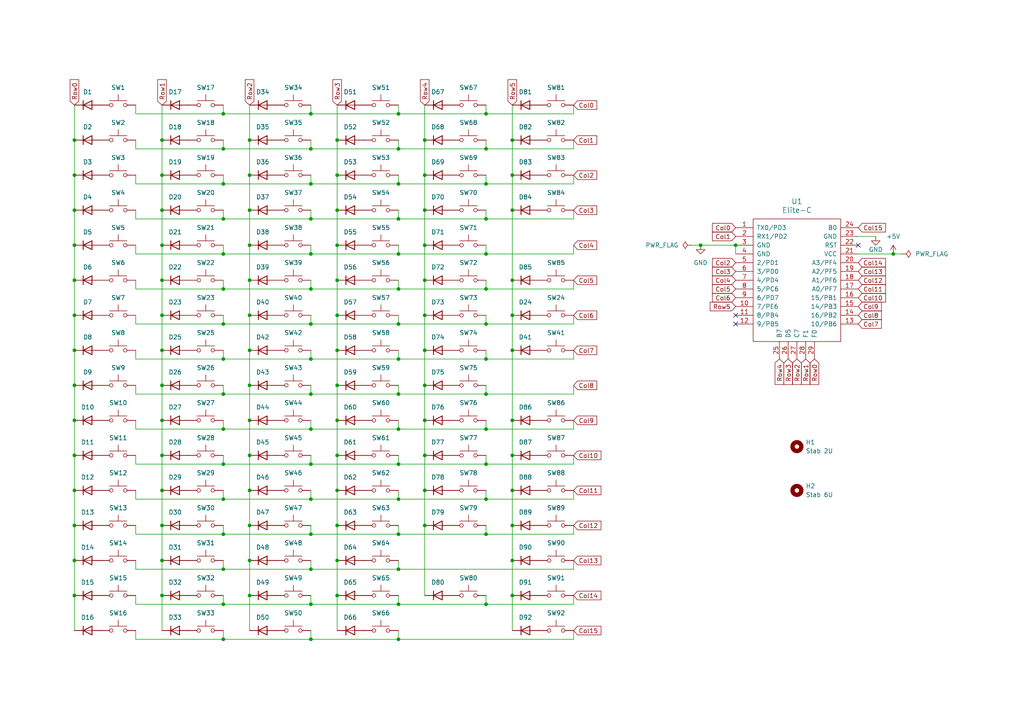
<source format=kicad_sch>
(kicad_sch (version 20231120) (generator "eeschema") (generator_version "8.0")
  (paper "A4")
  (title_block (title "Post-Mech w/Off-Center Spacebar") (date "2024-03-24") (rev "2.1") (company "Quixotic Keyboards, LLC"))
  (junction (at 90.17 175.26))
  (junction (at 259.08 73.66))
  (junction (at 123.19 60.96))
  (junction (at 46.99 50.8))
  (junction (at 123.19 132.08))
  (junction (at 97.79 111.76))
  (junction (at 90.17 83.82))
  (junction (at 90.17 33.02))
  (junction (at 115.57 154.94))
  (junction (at 115.57 53.34))
  (junction (at 21.59 40.64))
  (junction (at 140.97 63.5))
  (junction (at 115.57 73.66))
  (junction (at 21.59 50.8))
  (junction (at 64.77 154.94))
  (junction (at 21.59 81.28))
  (junction (at 64.77 104.14))
  (junction (at 46.99 142.24))
  (junction (at 90.17 114.3))
  (junction (at 148.59 91.44))
  (junction (at 64.77 144.78))
  (junction (at 97.79 50.8))
  (junction (at 64.77 93.98))
  (junction (at 90.17 134.62))
  (junction (at 140.97 73.66))
  (junction (at 123.19 40.64))
  (junction (at 123.19 111.76))
  (junction (at 140.97 175.26))
  (junction (at 97.79 162.56))
  (junction (at 115.57 144.78))
  (junction (at 97.79 71.12))
  (junction (at 64.77 134.62))
  (junction (at 203.2 71.12))
  (junction (at 148.59 101.6))
  (junction (at 64.77 53.34))
  (junction (at 90.17 154.94))
  (junction (at 72.39 60.96))
  (junction (at 115.57 33.02))
  (junction (at 148.59 162.56))
  (junction (at 140.97 43.18))
  (junction (at 97.79 60.96))
  (junction (at 115.57 114.3))
  (junction (at 148.59 121.92))
  (junction (at 123.19 50.8))
  (junction (at 115.57 185.42))
  (junction (at 21.59 142.24))
  (junction (at 72.39 142.24))
  (junction (at 140.97 83.82))
  (junction (at 148.59 142.24))
  (junction (at 64.77 124.46))
  (junction (at 140.97 154.94))
  (junction (at 148.59 172.72))
  (junction (at 97.79 101.6))
  (junction (at 123.19 81.28))
  (junction (at 97.79 152.4))
  (junction (at 21.59 71.12))
  (junction (at 72.39 50.8))
  (junction (at 97.79 81.28))
  (junction (at 115.57 124.46))
  (junction (at 46.99 111.76))
  (junction (at 72.39 152.4))
  (junction (at 90.17 93.98))
  (junction (at 115.57 175.26))
  (junction (at 148.59 152.4))
  (junction (at 46.99 81.28))
  (junction (at 90.17 185.42))
  (junction (at 90.17 104.14))
  (junction (at 90.17 144.78))
  (junction (at 123.19 101.6))
  (junction (at 90.17 53.34))
  (junction (at 123.19 121.92))
  (junction (at 140.97 114.3))
  (junction (at 90.17 73.66))
  (junction (at 21.59 121.92))
  (junction (at 64.77 83.82))
  (junction (at 21.59 162.56))
  (junction (at 123.19 142.24))
  (junction (at 123.19 91.44))
  (junction (at 148.59 81.28))
  (junction (at 64.77 114.3))
  (junction (at 72.39 40.64))
  (junction (at 21.59 152.4))
  (junction (at 46.99 152.4))
  (junction (at 97.79 132.08))
  (junction (at 213.36 71.12))
  (junction (at 115.57 43.18))
  (junction (at 72.39 91.44))
  (junction (at 90.17 43.18))
  (junction (at 148.59 40.64))
  (junction (at 140.97 144.78))
  (junction (at 115.57 83.82))
  (junction (at 115.57 93.98))
  (junction (at 115.57 63.5))
  (junction (at 115.57 165.1))
  (junction (at 90.17 124.46))
  (junction (at 140.97 93.98))
  (junction (at 97.79 172.72))
  (junction (at 21.59 60.96))
  (junction (at 90.17 165.1))
  (junction (at 46.99 71.12))
  (junction (at 46.99 60.96))
  (junction (at 115.57 134.62))
  (junction (at 97.79 40.64))
  (junction (at 46.99 91.44))
  (junction (at 46.99 121.92))
  (junction (at 115.57 104.14))
  (junction (at 140.97 134.62))
  (junction (at 21.59 172.72))
  (junction (at 140.97 53.34))
  (junction (at 123.19 71.12))
  (junction (at 148.59 50.8))
  (junction (at 21.59 101.6))
  (junction (at 148.59 60.96))
  (junction (at 64.77 33.02))
  (junction (at 140.97 33.02))
  (junction (at 64.77 73.66))
  (junction (at 97.79 121.92))
  (junction (at 64.77 43.18))
  (junction (at 64.77 165.1))
  (junction (at 72.39 172.72))
  (junction (at 148.59 132.08))
  (junction (at 46.99 132.08))
  (junction (at 46.99 101.6))
  (junction (at 21.59 91.44))
  (junction (at 64.77 175.26))
  (junction (at 46.99 162.56))
  (junction (at 97.79 142.24))
  (junction (at 21.59 132.08))
  (junction (at 97.79 91.44))
  (junction (at 72.39 132.08))
  (junction (at 64.77 185.42))
  (junction (at 21.59 111.76))
  (junction (at 123.19 152.4))
  (junction (at 46.99 40.64))
  (junction (at 72.39 111.76))
  (junction (at 64.77 63.5))
  (junction (at 72.39 162.56))
  (junction (at 72.39 101.6))
  (junction (at 72.39 71.12))
  (junction (at 72.39 121.92))
  (junction (at 72.39 81.28))
  (junction (at 90.17 63.5))
  (junction (at 140.97 104.14))
  (junction (at 46.99 172.72))
  (junction (at 140.97 124.46))
  (no_connect (at 248.92 71.12))
  (no_connect (at 213.36 93.98))
  (no_connect (at 213.36 91.44))
  (wire (pts (xy 90.17 81.28) (xy 90.17 83.82)))
  (wire (pts (xy 64.77 175.26) (xy 90.17 175.26)))
  (wire (pts (xy 39.37 185.42) (xy 64.77 185.42)))
  (wire (pts (xy 140.97 104.14) (xy 166.37 104.14)))
  (wire (pts (xy 90.17 101.6) (xy 90.17 104.14)))
  (wire (pts (xy 90.17 111.76) (xy 90.17 114.3)))
  (wire (pts (xy 115.57 142.24) (xy 115.57 144.78)))
  (wire (pts (xy 90.17 182.88) (xy 90.17 185.42)))
  (wire (pts (xy 64.77 73.66) (xy 90.17 73.66)))
  (wire (pts (xy 148.59 142.24) (xy 148.59 152.4)))
  (wire (pts (xy 90.17 53.34) (xy 115.57 53.34)))
  (wire (pts (xy 166.37 111.76) (xy 166.37 114.3)))
  (wire (pts (xy 39.37 53.34) (xy 64.77 53.34)))
  (wire (pts (xy 39.37 172.72) (xy 39.37 175.26)))
  (wire (pts (xy 140.97 71.12) (xy 140.97 73.66)))
  (wire (pts (xy 72.39 40.64) (xy 72.39 50.8)))
  (wire (pts (xy 140.97 81.28) (xy 140.97 83.82)))
  (wire (pts (xy 90.17 185.42) (xy 115.57 185.42)))
  (wire (pts (xy 97.79 121.92) (xy 97.79 132.08)))
  (wire (pts (xy 148.59 132.08) (xy 148.59 142.24)))
  (wire (pts (xy 39.37 124.46) (xy 64.77 124.46)))
  (wire (pts (xy 72.39 30.48) (xy 72.39 40.64)))
  (wire (pts (xy 39.37 81.28) (xy 39.37 83.82)))
  (wire (pts (xy 64.77 81.28) (xy 64.77 83.82)))
  (wire (pts (xy 115.57 132.08) (xy 115.57 134.62)))
  (wire (pts (xy 39.37 182.88) (xy 39.37 185.42)))
  (wire (pts (xy 72.39 142.24) (xy 72.39 152.4)))
  (wire (pts (xy 213.36 71.12) (xy 213.36 73.66)))
  (wire (pts (xy 115.57 134.62) (xy 140.97 134.62)))
  (wire (pts (xy 64.77 152.4) (xy 64.77 154.94)))
  (wire (pts (xy 64.77 134.62) (xy 90.17 134.62)))
  (wire (pts (xy 166.37 162.56) (xy 166.37 165.1)))
  (wire (pts (xy 123.19 81.28) (xy 123.19 91.44)))
  (wire (pts (xy 46.99 132.08) (xy 46.99 142.24)))
  (wire (pts (xy 140.97 175.26) (xy 166.37 175.26)))
  (wire (pts (xy 97.79 101.6) (xy 97.79 111.76)))
  (wire (pts (xy 39.37 152.4) (xy 39.37 154.94)))
  (wire (pts (xy 90.17 73.66) (xy 115.57 73.66)))
  (wire (pts (xy 64.77 33.02) (xy 90.17 33.02)))
  (wire (pts (xy 166.37 142.24) (xy 166.37 144.78)))
  (wire (pts (xy 140.97 93.98) (xy 166.37 93.98)))
  (wire (pts (xy 72.39 101.6) (xy 72.39 111.76)))
  (wire (pts (xy 72.39 71.12) (xy 72.39 81.28)))
  (wire (pts (xy 115.57 111.76) (xy 115.57 114.3)))
  (wire (pts (xy 21.59 132.08) (xy 21.59 142.24)))
  (wire (pts (xy 90.17 132.08) (xy 90.17 134.62)))
  (wire (pts (xy 97.79 71.12) (xy 97.79 81.28)))
  (wire (pts (xy 115.57 165.1) (xy 166.37 165.1)))
  (wire (pts (xy 140.97 172.72) (xy 140.97 175.26)))
  (wire (pts (xy 39.37 40.64) (xy 39.37 43.18)))
  (wire (pts (xy 64.77 63.5) (xy 90.17 63.5)))
  (wire (pts (xy 90.17 154.94) (xy 115.57 154.94)))
  (wire (pts (xy 97.79 162.56) (xy 97.79 172.72)))
  (wire (pts (xy 166.37 101.6) (xy 166.37 104.14)))
  (wire (pts (xy 90.17 40.64) (xy 90.17 43.18)))
  (wire (pts (xy 64.77 93.98) (xy 90.17 93.98)))
  (wire (pts (xy 90.17 175.26) (xy 115.57 175.26)))
  (wire (pts (xy 115.57 175.26) (xy 140.97 175.26)))
  (wire (pts (xy 166.37 30.48) (xy 166.37 33.02)))
  (wire (pts (xy 64.77 162.56) (xy 64.77 165.1)))
  (wire (pts (xy 90.17 43.18) (xy 115.57 43.18)))
  (wire (pts (xy 21.59 111.76) (xy 21.59 121.92)))
  (wire (pts (xy 148.59 101.6) (xy 148.59 121.92)))
  (wire (pts (xy 148.59 81.28) (xy 148.59 91.44)))
  (wire (pts (xy 64.77 40.64) (xy 64.77 43.18)))
  (wire (pts (xy 64.77 154.94) (xy 90.17 154.94)))
  (wire (pts (xy 115.57 33.02) (xy 140.97 33.02)))
  (wire (pts (xy 64.77 111.76) (xy 64.77 114.3)))
  (wire (pts (xy 72.39 50.8) (xy 72.39 60.96)))
  (wire (pts (xy 148.59 30.48) (xy 148.59 40.64)))
  (wire (pts (xy 46.99 60.96) (xy 46.99 71.12)))
  (wire (pts (xy 140.97 53.34) (xy 166.37 53.34)))
  (wire (pts (xy 39.37 93.98) (xy 64.77 93.98)))
  (wire (pts (xy 21.59 91.44) (xy 21.59 101.6)))
  (wire (pts (xy 115.57 83.82) (xy 140.97 83.82)))
  (wire (pts (xy 46.99 111.76) (xy 46.99 121.92)))
  (wire (pts (xy 39.37 111.76) (xy 39.37 114.3)))
  (wire (pts (xy 46.99 40.64) (xy 46.99 50.8)))
  (wire (pts (xy 90.17 50.8) (xy 90.17 53.34)))
  (wire (pts (xy 115.57 81.28) (xy 115.57 83.82)))
  (wire (pts (xy 39.37 134.62) (xy 64.77 134.62)))
  (wire (pts (xy 140.97 121.92) (xy 140.97 124.46)))
  (wire (pts (xy 21.59 101.6) (xy 21.59 111.76)))
  (wire (pts (xy 115.57 91.44) (xy 115.57 93.98)))
  (wire (pts (xy 140.97 152.4) (xy 140.97 154.94)))
  (wire (pts (xy 140.97 63.5) (xy 166.37 63.5)))
  (wire (pts (xy 248.92 73.66) (xy 259.08 73.66)))
  (wire (pts (xy 140.97 91.44) (xy 140.97 93.98)))
  (wire (pts (xy 64.77 132.08) (xy 64.77 134.62)))
  (wire (pts (xy 90.17 124.46) (xy 115.57 124.46)))
  (wire (pts (xy 97.79 172.72) (xy 97.79 182.88)))
  (wire (pts (xy 90.17 83.82) (xy 115.57 83.82)))
  (wire (pts (xy 72.39 81.28) (xy 72.39 91.44)))
  (wire (pts (xy 115.57 152.4) (xy 115.57 154.94)))
  (wire (pts (xy 90.17 93.98) (xy 115.57 93.98)))
  (wire (pts (xy 21.59 40.64) (xy 21.59 50.8)))
  (wire (pts (xy 97.79 91.44) (xy 97.79 101.6)))
  (wire (pts (xy 21.59 30.48) (xy 21.59 40.64)))
  (wire (pts (xy 97.79 40.64) (xy 97.79 50.8)))
  (wire (pts (xy 200.66 71.12) (xy 203.2 71.12)))
  (wire (pts (xy 115.57 71.12) (xy 115.57 73.66)))
  (wire (pts (xy 97.79 81.28) (xy 97.79 91.44)))
  (wire (pts (xy 46.99 50.8) (xy 46.99 60.96)))
  (wire (pts (xy 39.37 142.24) (xy 39.37 144.78)))
  (wire (pts (xy 72.39 132.08) (xy 72.39 142.24)))
  (wire (pts (xy 97.79 60.96) (xy 97.79 71.12)))
  (wire (pts (xy 97.79 50.8) (xy 97.79 60.96)))
  (wire (pts (xy 39.37 33.02) (xy 64.77 33.02)))
  (wire (pts (xy 21.59 71.12) (xy 21.59 81.28)))
  (wire (pts (xy 166.37 71.12) (xy 166.37 73.66)))
  (wire (pts (xy 115.57 154.94) (xy 140.97 154.94)))
  (wire (pts (xy 115.57 124.46) (xy 140.97 124.46)))
  (wire (pts (xy 115.57 182.88) (xy 115.57 185.42)))
  (wire (pts (xy 115.57 43.18) (xy 140.97 43.18)))
  (wire (pts (xy 90.17 91.44) (xy 90.17 93.98)))
  (wire (pts (xy 46.99 162.56) (xy 46.99 172.72)))
  (wire (pts (xy 123.19 30.48) (xy 123.19 40.64)))
  (wire (pts (xy 140.97 33.02) (xy 166.37 33.02)))
  (wire (pts (xy 39.37 104.14) (xy 64.77 104.14)))
  (wire (pts (xy 39.37 83.82) (xy 64.77 83.82)))
  (wire (pts (xy 115.57 172.72) (xy 115.57 175.26)))
  (wire (pts (xy 90.17 71.12) (xy 90.17 73.66)))
  (wire (pts (xy 261.62 73.66) (xy 259.08 73.66)))
  (wire (pts (xy 72.39 111.76) (xy 72.39 121.92)))
  (wire (pts (xy 21.59 152.4) (xy 21.59 162.56)))
  (wire (pts (xy 166.37 40.64) (xy 166.37 43.18)))
  (wire (pts (xy 115.57 73.66) (xy 140.97 73.66)))
  (wire (pts (xy 123.19 132.08) (xy 123.19 142.24)))
  (wire (pts (xy 140.97 154.94) (xy 166.37 154.94)))
  (wire (pts (xy 64.77 101.6) (xy 64.77 104.14)))
  (wire (pts (xy 140.97 134.62) (xy 166.37 134.62)))
  (wire (pts (xy 123.19 121.92) (xy 123.19 132.08)))
  (wire (pts (xy 115.57 60.96) (xy 115.57 63.5)))
  (wire (pts (xy 148.59 121.92) (xy 148.59 132.08)))
  (wire (pts (xy 64.77 124.46) (xy 90.17 124.46)))
  (wire (pts (xy 140.97 43.18) (xy 166.37 43.18)))
  (wire (pts (xy 140.97 60.96) (xy 140.97 63.5)))
  (wire (pts (xy 90.17 144.78) (xy 115.57 144.78)))
  (wire (pts (xy 39.37 101.6) (xy 39.37 104.14)))
  (wire (pts (xy 123.19 40.64) (xy 123.19 50.8)))
  (wire (pts (xy 148.59 40.64) (xy 148.59 50.8)))
  (wire (pts (xy 64.77 114.3) (xy 90.17 114.3)))
  (wire (pts (xy 64.77 71.12) (xy 64.77 73.66)))
  (wire (pts (xy 64.77 91.44) (xy 64.77 93.98)))
  (wire (pts (xy 97.79 152.4) (xy 97.79 162.56)))
  (wire (pts (xy 166.37 50.8) (xy 166.37 53.34)))
  (wire (pts (xy 21.59 81.28) (xy 21.59 91.44)))
  (wire (pts (xy 64.77 144.78) (xy 90.17 144.78)))
  (wire (pts (xy 64.77 53.34) (xy 90.17 53.34)))
  (wire (pts (xy 148.59 152.4) (xy 148.59 162.56)))
  (wire (pts (xy 123.19 101.6) (xy 123.19 111.76)))
  (wire (pts (xy 140.97 73.66) (xy 166.37 73.66)))
  (wire (pts (xy 21.59 50.8) (xy 21.59 60.96)))
  (wire (pts (xy 115.57 40.64) (xy 115.57 43.18)))
  (wire (pts (xy 123.19 60.96) (xy 123.19 71.12)))
  (wire (pts (xy 64.77 142.24) (xy 64.77 144.78)))
  (wire (pts (xy 39.37 30.48) (xy 39.37 33.02)))
  (wire (pts (xy 90.17 33.02) (xy 115.57 33.02)))
  (wire (pts (xy 46.99 81.28) (xy 46.99 91.44)))
  (wire (pts (xy 90.17 134.62) (xy 115.57 134.62)))
  (wire (pts (xy 90.17 165.1) (xy 115.57 165.1)))
  (wire (pts (xy 39.37 175.26) (xy 64.77 175.26)))
  (wire (pts (xy 140.97 30.48) (xy 140.97 33.02)))
  (wire (pts (xy 39.37 162.56) (xy 39.37 165.1)))
  (wire (pts (xy 123.19 152.4) (xy 123.19 172.72)))
  (wire (pts (xy 90.17 172.72) (xy 90.17 175.26)))
  (wire (pts (xy 97.79 30.48) (xy 97.79 40.64)))
  (wire (pts (xy 72.39 91.44) (xy 72.39 101.6)))
  (wire (pts (xy 90.17 162.56) (xy 90.17 165.1)))
  (wire (pts (xy 90.17 30.48) (xy 90.17 33.02)))
  (wire (pts (xy 46.99 172.72) (xy 46.99 182.88)))
  (wire (pts (xy 115.57 50.8) (xy 115.57 53.34)))
  (wire (pts (xy 39.37 144.78) (xy 64.77 144.78)))
  (wire (pts (xy 90.17 142.24) (xy 90.17 144.78)))
  (wire (pts (xy 46.99 152.4) (xy 46.99 162.56)))
  (wire (pts (xy 21.59 121.92) (xy 21.59 132.08)))
  (wire (pts (xy 140.97 142.24) (xy 140.97 144.78)))
  (wire (pts (xy 166.37 81.28) (xy 166.37 83.82)))
  (wire (pts (xy 64.77 43.18) (xy 90.17 43.18)))
  (wire (pts (xy 39.37 63.5) (xy 64.77 63.5)))
  (wire (pts (xy 64.77 182.88) (xy 64.77 185.42)))
  (wire (pts (xy 64.77 121.92) (xy 64.77 124.46)))
  (wire (pts (xy 39.37 165.1) (xy 64.77 165.1)))
  (wire (pts (xy 90.17 63.5) (xy 115.57 63.5)))
  (wire (pts (xy 64.77 50.8) (xy 64.77 53.34)))
  (wire (pts (xy 64.77 172.72) (xy 64.77 175.26)))
  (wire (pts (xy 64.77 185.42) (xy 90.17 185.42)))
  (wire (pts (xy 166.37 91.44) (xy 166.37 93.98)))
  (wire (pts (xy 140.97 132.08) (xy 140.97 134.62)))
  (wire (pts (xy 46.99 71.12) (xy 46.99 81.28)))
  (wire (pts (xy 21.59 142.24) (xy 21.59 152.4)))
  (wire (pts (xy 64.77 30.48) (xy 64.77 33.02)))
  (wire (pts (xy 72.39 172.72) (xy 72.39 182.88)))
  (wire (pts (xy 21.59 60.96) (xy 21.59 71.12)))
  (wire (pts (xy 21.59 172.72) (xy 21.59 182.88)))
  (wire (pts (xy 123.19 91.44) (xy 123.19 101.6)))
  (wire (pts (xy 115.57 101.6) (xy 115.57 104.14)))
  (wire (pts (xy 90.17 114.3) (xy 115.57 114.3)))
  (wire (pts (xy 39.37 71.12) (xy 39.37 73.66)))
  (wire (pts (xy 148.59 50.8) (xy 148.59 60.96)))
  (wire (pts (xy 39.37 73.66) (xy 64.77 73.66)))
  (wire (pts (xy 97.79 111.76) (xy 97.79 121.92)))
  (wire (pts (xy 46.99 142.24) (xy 46.99 152.4)))
  (wire (pts (xy 39.37 91.44) (xy 39.37 93.98)))
  (wire (pts (xy 115.57 53.34) (xy 140.97 53.34)))
  (wire (pts (xy 148.59 91.44) (xy 148.59 101.6)))
  (wire (pts (xy 115.57 63.5) (xy 140.97 63.5)))
  (wire (pts (xy 46.99 91.44) (xy 46.99 101.6)))
  (wire (pts (xy 115.57 185.42) (xy 166.37 185.42)))
  (wire (pts (xy 39.37 121.92) (xy 39.37 124.46)))
  (wire (pts (xy 46.99 121.92) (xy 46.99 132.08)))
  (wire (pts (xy 115.57 30.48) (xy 115.57 33.02)))
  (wire (pts (xy 90.17 60.96) (xy 90.17 63.5)))
  (wire (pts (xy 39.37 154.94) (xy 64.77 154.94)))
  (wire (pts (xy 72.39 152.4) (xy 72.39 162.56)))
  (wire (pts (xy 72.39 121.92) (xy 72.39 132.08)))
  (wire (pts (xy 115.57 144.78) (xy 140.97 144.78)))
  (wire (pts (xy 140.97 40.64) (xy 140.97 43.18)))
  (wire (pts (xy 140.97 111.76) (xy 140.97 114.3)))
  (wire (pts (xy 90.17 152.4) (xy 90.17 154.94)))
  (wire (pts (xy 21.59 162.56) (xy 21.59 172.72)))
  (wire (pts (xy 248.92 68.58) (xy 254 68.58)))
  (wire (pts (xy 166.37 121.92) (xy 166.37 124.46)))
  (wire (pts (xy 115.57 104.14) (xy 140.97 104.14)))
  (wire (pts (xy 140.97 83.82) (xy 166.37 83.82)))
  (wire (pts (xy 64.77 60.96) (xy 64.77 63.5)))
  (wire (pts (xy 140.97 114.3) (xy 166.37 114.3)))
  (wire (pts (xy 140.97 124.46) (xy 166.37 124.46)))
  (wire (pts (xy 166.37 132.08) (xy 166.37 134.62)))
  (wire (pts (xy 97.79 132.08) (xy 97.79 142.24)))
  (wire (pts (xy 148.59 162.56) (xy 148.59 172.72)))
  (wire (pts (xy 148.59 172.72) (xy 148.59 182.88)))
  (wire (pts (xy 90.17 121.92) (xy 90.17 124.46)))
  (wire (pts (xy 46.99 30.48) (xy 46.99 40.64)))
  (wire (pts (xy 72.39 162.56) (xy 72.39 172.72)))
  (wire (pts (xy 72.39 60.96) (xy 72.39 71.12)))
  (wire (pts (xy 115.57 93.98) (xy 140.97 93.98)))
  (wire (pts (xy 166.37 60.96) (xy 166.37 63.5)))
  (wire (pts (xy 166.37 152.4) (xy 166.37 154.94)))
  (wire (pts (xy 148.59 60.96) (xy 148.59 81.28)))
  (wire (pts (xy 64.77 165.1) (xy 90.17 165.1)))
  (wire (pts (xy 64.77 104.14) (xy 90.17 104.14)))
  (wire (pts (xy 39.37 132.08) (xy 39.37 134.62)))
  (wire (pts (xy 46.99 101.6) (xy 46.99 111.76)))
  (wire (pts (xy 123.19 111.76) (xy 123.19 121.92)))
  (wire (pts (xy 115.57 121.92) (xy 115.57 124.46)))
  (wire (pts (xy 123.19 50.8) (xy 123.19 60.96)))
  (wire (pts (xy 39.37 43.18) (xy 64.77 43.18)))
  (wire (pts (xy 115.57 162.56) (xy 115.57 165.1)))
  (wire (pts (xy 140.97 50.8) (xy 140.97 53.34)))
  (wire (pts (xy 97.79 142.24) (xy 97.79 152.4)))
  (wire (pts (xy 140.97 101.6) (xy 140.97 104.14)))
  (wire (pts (xy 64.77 83.82) (xy 90.17 83.82)))
  (wire (pts (xy 166.37 172.72) (xy 166.37 175.26)))
  (wire (pts (xy 39.37 50.8) (xy 39.37 53.34)))
  (wire (pts (xy 39.37 114.3) (xy 64.77 114.3)))
  (wire (pts (xy 90.17 104.14) (xy 115.57 104.14)))
  (wire (pts (xy 123.19 71.12) (xy 123.19 81.28)))
  (wire (pts (xy 123.19 142.24) (xy 123.19 152.4)))
  (wire (pts (xy 39.37 60.96) (xy 39.37 63.5)))
  (wire (pts (xy 140.97 144.78) (xy 166.37 144.78)))
  (wire (pts (xy 115.57 114.3) (xy 140.97 114.3)))
  (wire (pts (xy 166.37 182.88) (xy 166.37 185.42)))
  (wire (pts (xy 203.2 71.12) (xy 213.36 71.12)))
  (global_label "Row0" (shape input) (at 21.59 30.48 90) (property "Intersheetrefs" "${INTERSHEET_REFS}" (effects (hide yes))))
  (global_label "Col3" (shape input) (at 213.36 78.74 180) (property "Intersheetrefs" "${INTERSHEET_REFS}" (effects (hide yes))))
  (global_label "Row2" (shape input) (at 72.39 30.48 90) (property "Intersheetrefs" "${INTERSHEET_REFS}" (effects (hide yes))))
  (global_label "Col7" (shape input) (at 166.37 101.6 0) (property "Intersheetrefs" "${INTERSHEET_REFS}" (effects (hide yes))))
  (global_label "Col12" (shape input) (at 248.92 81.28 0) (property "Intersheetrefs" "${INTERSHEET_REFS}" (effects (hide yes))))
  (global_label "Row5" (shape input) (at 148.59 30.48 90) (property "Intersheetrefs" "${INTERSHEET_REFS}" (effects (hide yes))))
  (global_label "Col12" (shape input) (at 166.37 152.4 0) (property "Intersheetrefs" "${INTERSHEET_REFS}" (effects (hide yes))))
  (global_label "Col14" (shape input) (at 248.92 76.2 0) (property "Intersheetrefs" "${INTERSHEET_REFS}" (effects (hide yes))))
  (global_label "Col4" (shape input) (at 166.37 71.12 0) (property "Intersheetrefs" "${INTERSHEET_REFS}" (effects (hide yes))))
  (global_label "Col9" (shape input) (at 166.37 121.92 0) (property "Intersheetrefs" "${INTERSHEET_REFS}" (effects (hide yes))))
  (global_label "Row2" (shape input) (at 231.14 104.14 270) (property "Intersheetrefs" "${INTERSHEET_REFS}" (effects (hide yes))))
  (global_label "Col4" (shape input) (at 213.36 81.28 180) (property "Intersheetrefs" "${INTERSHEET_REFS}" (effects (hide yes))))
  (global_label "Row4" (shape input) (at 226.06 104.14 270) (property "Intersheetrefs" "${INTERSHEET_REFS}" (effects (hide yes))))
  (global_label "Col3" (shape input) (at 166.37 60.96 0) (property "Intersheetrefs" "${INTERSHEET_REFS}" (effects (hide yes))))
  (global_label "Col1" (shape input) (at 166.37 40.64 0) (property "Intersheetrefs" "${INTERSHEET_REFS}" (effects (hide yes))))
  (global_label "Col15" (shape input) (at 248.92 66.04 0) (property "Intersheetrefs" "${INTERSHEET_REFS}" (effects (hide yes))))
  (global_label "Col14" (shape input) (at 166.37 172.72 0) (property "Intersheetrefs" "${INTERSHEET_REFS}" (effects (hide yes))))
  (global_label "Col2" (shape input) (at 213.36 76.2 180) (property "Intersheetrefs" "${INTERSHEET_REFS}" (effects (hide yes))))
  (global_label "Col10" (shape input) (at 166.37 132.08 0) (property "Intersheetrefs" "${INTERSHEET_REFS}" (effects (hide yes))))
  (global_label "Row0" (shape input) (at 236.22 104.14 270) (property "Intersheetrefs" "${INTERSHEET_REFS}" (effects (hide yes))))
  (global_label "Col5" (shape input) (at 213.36 83.82 180) (property "Intersheetrefs" "${INTERSHEET_REFS}" (effects (hide yes))))
  (global_label "Col0" (shape input) (at 166.37 30.48 0) (property "Intersheetrefs" "${INTERSHEET_REFS}" (effects (hide yes))))
  (global_label "Col0" (shape input) (at 213.36 66.04 180) (property "Intersheetrefs" "${INTERSHEET_REFS}" (effects (hide yes))))
  (global_label "Col1" (shape input) (at 213.36 68.58 180) (property "Intersheetrefs" "${INTERSHEET_REFS}" (effects (hide yes))))
  (global_label "Row1" (shape input) (at 46.99 30.48 90) (property "Intersheetrefs" "${INTERSHEET_REFS}" (effects (hide yes))))
  (global_label "Col5" (shape input) (at 166.37 81.28 0) (property "Intersheetrefs" "${INTERSHEET_REFS}" (effects (hide yes))))
  (global_label "Col8" (shape input) (at 248.92 91.44 0) (property "Intersheetrefs" "${INTERSHEET_REFS}" (effects (hide yes))))
  (global_label "Col11" (shape input) (at 248.92 83.82 0) (property "Intersheetrefs" "${INTERSHEET_REFS}" (effects (hide yes))))
  (global_label "Row1" (shape input) (at 233.68 104.14 270) (property "Intersheetrefs" "${INTERSHEET_REFS}" (effects (hide yes))))
  (global_label "Col10" (shape input) (at 248.92 86.36 0) (property "Intersheetrefs" "${INTERSHEET_REFS}" (effects (hide yes))))
  (global_label "Col9" (shape input) (at 248.92 88.9 0) (property "Intersheetrefs" "${INTERSHEET_REFS}" (effects (hide yes))))
  (global_label "Col11" (shape input) (at 166.37 142.24 0) (property "Intersheetrefs" "${INTERSHEET_REFS}" (effects (hide yes))))
  (global_label "Col13" (shape input) (at 248.92 78.74 0) (property "Intersheetrefs" "${INTERSHEET_REFS}" (effects (hide yes))))
  (global_label "Row3" (shape input) (at 228.6 104.14 270) (property "Intersheetrefs" "${INTERSHEET_REFS}" (effects (hide yes))))
  (global_label "Col8" (shape input) (at 166.37 111.76 0) (property "Intersheetrefs" "${INTERSHEET_REFS}" (effects (hide yes))))
  (global_label "Col15" (shape input) (at 166.37 182.88 0) (property "Intersheetrefs" "${INTERSHEET_REFS}" (effects (hide yes))))
  (global_label "Col6" (shape input) (at 166.37 91.44 0) (property "Intersheetrefs" "${INTERSHEET_REFS}" (effects (hide yes))))
  (global_label "Row4" (shape input) (at 123.19 30.48 90) (property "Intersheetrefs" "${INTERSHEET_REFS}" (effects (hide yes))))
  (global_label "Row3" (shape input) (at 97.79 30.48 90) (property "Intersheetrefs" "${INTERSHEET_REFS}" (effects (hide yes))))
  (global_label "Col6" (shape input) (at 213.36 86.36 180) (property "Intersheetrefs" "${INTERSHEET_REFS}" (effects (hide yes))))
  (global_label "Col7" (shape input) (at 248.92 93.98 0) (property "Intersheetrefs" "${INTERSHEET_REFS}" (effects (hide yes))))
  (global_label "Row5" (shape input) (at 213.36 88.9 180) (property "Intersheetrefs" "${INTERSHEET_REFS}" (effects (hide yes))))
  (global_label "Col13" (shape input) (at 166.37 162.56 0) (property "Intersheetrefs" "${INTERSHEET_REFS}" (effects (hide yes))))
  (global_label "Col2" (shape input) (at 166.37 50.8 0) (property "Intersheetrefs" "${INTERSHEET_REFS}" (effects (hide yes))))
  (symbol (lib_id "Scottokeebs_Symbols:Placeholder_Diode") (at 76.2 121.92 0) (unit 1)
    (property "Reference" "D44" (at 76.2 118.11 0))
    (property "Value" "1N4148" (effects (hide yes)))
    (property "Footprint" "Scottokeebs_Components:Diode_DO-35" (effects (hide yes)))
    (property "Datasheet" "https://assets.nexperia.com/documents/data-sheet/1N4148_1N4448.pdf" (effects (hide yes)))
    (property "Description" "1N4148 (DO-35) or 1N4148W (SOD-123)" (effects (hide yes)))
    (property "Sim.Device" "D" (effects (hide yes)))
    (property "Sim.Pins" "1=K 2=A" (effects (hide yes)))
  )
  (symbol (lib_id "Switch:SW_Push") (at 85.09 40.64 0) (unit 1)
    (property "Reference" "SW35" (at 85.09 35.56 0))
    (property "Value" "SW_Push" (effects (hide yes)))
    (property "Footprint" "ScottoKeebs_MX:MX_PCB_1.00u" (effects (hide yes)))
    (property "Description" "Push button switch, generic, two pins" (effects (hide yes)))
  )
  (symbol (lib_id "Scottokeebs_Symbols:Placeholder_Diode") (at 76.2 60.96 0) (unit 1)
    (property "Reference" "D37" (at 76.2 57.15 0))
    (property "Value" "1N4148" (effects (hide yes)))
    (property "Footprint" "Scottokeebs_Components:Diode_DO-35" (effects (hide yes)))
    (property "Datasheet" "https://assets.nexperia.com/documents/data-sheet/1N4148_1N4448.pdf" (effects (hide yes)))
    (property "Description" "1N4148 (DO-35) or 1N4148W (SOD-123)" (effects (hide yes)))
    (property "Sim.Device" "D" (effects (hide yes)))
    (property "Sim.Pins" "1=K 2=A" (effects (hide yes)))
  )
  (symbol (lib_id "Switch:SW_Push") (at 135.89 91.44 0) (unit 1)
    (property "Reference" "SW73" (at 135.89 86.36 0))
    (property "Value" "SW_Push" (effects (hide yes)))
    (property "Footprint" "ScottoKeebs_MX:MX_PCB_2.00u" (effects (hide yes)))
    (property "Description" "Push button switch, generic, two pins" (effects (hide yes)))
  )
  (symbol (lib_id "Scottokeebs_Symbols:Placeholder_Diode") (at 50.8 91.44 0) (unit 1)
    (property "Reference" "D23" (at 50.8 87.63 0))
    (property "Value" "1N4148" (effects (hide yes)))
    (property "Footprint" "Scottokeebs_Components:Diode_DO-35" (effects (hide yes)))
    (property "Datasheet" "https://assets.nexperia.com/documents/data-sheet/1N4148_1N4448.pdf" (effects (hide yes)))
    (property "Description" "1N4148 (DO-35) or 1N4148W (SOD-123)" (effects (hide yes)))
    (property "Sim.Device" "D" (effects (hide yes)))
    (property "Sim.Pins" "1=K 2=A" (effects (hide yes)))
  )
  (symbol (lib_id "Scottokeebs_Symbols:Placeholder_Diode") (at 101.6 71.12 0) (unit 1)
    (property "Reference" "D55" (at 101.6 67.31 0))
    (property "Value" "1N4148" (effects (hide yes)))
    (property "Footprint" "Scottokeebs_Components:Diode_DO-35" (effects (hide yes)))
    (property "Datasheet" "https://assets.nexperia.com/documents/data-sheet/1N4148_1N4448.pdf" (effects (hide yes)))
    (property "Description" "1N4148 (DO-35) or 1N4148W (SOD-123)" (effects (hide yes)))
    (property "Sim.Device" "D" (effects (hide yes)))
    (property "Sim.Pins" "1=K 2=A" (effects (hide yes)))
  )
  (symbol (lib_id "Switch:SW_Push") (at 85.09 142.24 0) (unit 1)
    (property "Reference" "SW46" (at 85.09 137.16 0))
    (property "Value" "SW_Push" (effects (hide yes)))
    (property "Footprint" "ScottoKeebs_MX:MX_PCB_1.00u" (effects (hide yes)))
    (property "Description" "Push button switch, generic, two pins" (effects (hide yes)))
  )
  (symbol (lib_id "Switch:SW_Push") (at 161.29 142.24 0) (unit 1)
    (property "Reference" "SW88" (at 161.29 137.16 0))
    (property "Value" "SW_Push" (effects (hide yes)))
    (property "Footprint" "ScottoKeebs_MX:MX_PCB_1.00u" (effects (hide yes)))
    (property "Description" "Push button switch, generic, two pins" (effects (hide yes)))
  )
  (symbol (lib_id "Switch:SW_Push") (at 59.69 152.4 0) (unit 1)
    (property "Reference" "SW30" (at 59.69 147.32 0))
    (property "Value" "SW_Push" (effects (hide yes)))
    (property "Footprint" "ScottoKeebs_MX:MX_PCB_1.50u" (effects (hide yes)))
    (property "Description" "Push button switch, generic, two pins" (effects (hide yes)))
  )
  (symbol (lib_id "Scottokeebs_Symbols:Placeholder_Diode") (at 101.6 142.24 0) (unit 1)
    (property "Reference" "D62" (at 101.6 138.43 0))
    (property "Value" "1N4148" (effects (hide yes)))
    (property "Footprint" "Scottokeebs_Components:Diode_DO-35" (effects (hide yes)))
    (property "Datasheet" "https://assets.nexperia.com/documents/data-sheet/1N4148_1N4448.pdf" (effects (hide yes)))
    (property "Description" "1N4148 (DO-35) or 1N4148W (SOD-123)" (effects (hide yes)))
    (property "Sim.Device" "D" (effects (hide yes)))
    (property "Sim.Pins" "1=K 2=A" (effects (hide yes)))
  )
  (symbol (lib_id "power:GND") (at 203.2 71.12 0) (unit 1)
    (property "Reference" "#PWR01" (effects (hide yes)))
    (property "Value" "GND" (at 203.2 76.2 0))
    (property "Description" "Power symbol creates a global label with name \"GND\" , ground" (effects (hide yes)))
  )
  (symbol (lib_id "Scottokeebs_Symbols:Placeholder_Diode") (at 127 81.28 0) (unit 1)
    (property "Reference" "D72" (at 127 77.47 0))
    (property "Value" "1N4148" (effects (hide yes)))
    (property "Footprint" "Scottokeebs_Components:Diode_DO-35" (effects (hide yes)))
    (property "Datasheet" "https://assets.nexperia.com/documents/data-sheet/1N4148_1N4448.pdf" (effects (hide yes)))
    (property "Description" "1N4148 (DO-35) or 1N4148W (SOD-123)" (effects (hide yes)))
    (property "Sim.Device" "D" (effects (hide yes)))
    (property "Sim.Pins" "1=K 2=A" (effects (hide yes)))
  )
  (symbol (lib_id "Switch:SW_Push") (at 135.89 111.76 0) (unit 1)
    (property "Reference" "SW75" (at 135.89 106.68 0))
    (property "Value" "SW_Push" (effects (hide yes)))
    (property "Footprint" "ScottoKeebs_MX:MX_PCB_1.00u" (effects (hide yes)))
    (property "Description" "Push button switch, generic, two pins" (effects (hide yes)))
  )
  (symbol (lib_id "Scottokeebs_Symbols:Placeholder_Diode") (at 50.8 132.08 0) (unit 1)
    (property "Reference" "D28" (at 50.8 128.27 0))
    (property "Value" "1N4148" (effects (hide yes)))
    (property "Footprint" "Scottokeebs_Components:Diode_DO-35" (effects (hide yes)))
    (property "Datasheet" "https://assets.nexperia.com/documents/data-sheet/1N4148_1N4448.pdf" (effects (hide yes)))
    (property "Description" "1N4148 (DO-35) or 1N4148W (SOD-123)" (effects (hide yes)))
    (property "Sim.Device" "D" (effects (hide yes)))
    (property "Sim.Pins" "1=K 2=A" (effects (hide yes)))
  )
  (symbol (lib_id "Scottokeebs_Symbols:Placeholder_Diode") (at 101.6 172.72 0) (unit 1)
    (property "Reference" "D65" (at 101.6 168.91 0))
    (property "Value" "1N4148" (effects (hide yes)))
    (property "Footprint" "Scottokeebs_Components:Diode_DO-35" (effects (hide yes)))
    (property "Datasheet" "https://assets.nexperia.com/documents/data-sheet/1N4148_1N4448.pdf" (effects (hide yes)))
    (property "Description" "1N4148 (DO-35) or 1N4148W (SOD-123)" (effects (hide yes)))
    (property "Sim.Device" "D" (effects (hide yes)))
    (property "Sim.Pins" "1=K 2=A" (effects (hide yes)))
  )
  (symbol (lib_id "Scottokeebs_Symbols:Placeholder_Diode") (at 127 60.96 0) (unit 1)
    (property "Reference" "D70" (at 127 57.15 0))
    (property "Value" "1N4148" (effects (hide yes)))
    (property "Footprint" "Scottokeebs_Components:Diode_DO-35" (effects (hide yes)))
    (property "Datasheet" "https://assets.nexperia.com/documents/data-sheet/1N4148_1N4448.pdf" (effects (hide yes)))
    (property "Description" "1N4148 (DO-35) or 1N4148W (SOD-123)" (effects (hide yes)))
    (property "Sim.Device" "D" (effects (hide yes)))
    (property "Sim.Pins" "1=K 2=A" (effects (hide yes)))
  )
  (symbol (lib_id "Switch:SW_Push") (at 110.49 91.44 0) (unit 1)
    (property "Reference" "SW57" (at 110.49 86.36 0))
    (property "Value" "SW_Push" (effects (hide yes)))
    (property "Footprint" "ScottoKeebs_MX:MX_PCB_1.25u" (effects (hide yes)))
    (property "Description" "Push button switch, generic, two pins" (effects (hide yes)))
  )
  (symbol (lib_id "Scottokeebs_Symbols:Placeholder_Diode") (at 127 91.44 0) (unit 1)
    (property "Reference" "D73" (at 127 87.63 0))
    (property "Value" "1N4148" (effects (hide yes)))
    (property "Footprint" "Scottokeebs_Components:Diode_DO-35" (effects (hide yes)))
    (property "Datasheet" "https://assets.nexperia.com/documents/data-sheet/1N4148_1N4448.pdf" (effects (hide yes)))
    (property "Description" "1N4148 (DO-35) or 1N4148W (SOD-123)" (effects (hide yes)))
    (property "Sim.Device" "D" (effects (hide yes)))
    (property "Sim.Pins" "1=K 2=A" (effects (hide yes)))
  )
  (symbol (lib_id "Switch:SW_Push") (at 161.29 101.6 0) (unit 1)
    (property "Reference" "SW41" (at 161.29 96.52 0))
    (property "Value" "SW_Push" (effects (hide yes)))
    (property "Footprint" "ScottoKeebs_MX:MX_PCB_1.00u" (effects (hide yes)))
    (property "Description" "Push button switch, generic, two pins" (effects (hide yes)))
  )
  (symbol (lib_id "Switch:SW_Push") (at 85.09 60.96 0) (unit 1)
    (property "Reference" "SW37" (at 85.09 55.88 0))
    (property "Value" "SW_Push" (effects (hide yes)))
    (property "Footprint" "ScottoKeebs_MX:MX_PCB_1.00u" (effects (hide yes)))
    (property "Description" "Push button switch, generic, two pins" (effects (hide yes)))
  )
  (symbol (lib_id "Switch:SW_Push") (at 59.69 60.96 0) (unit 1)
    (property "Reference" "SW20" (at 59.69 55.88 0))
    (property "Value" "SW_Push" (effects (hide yes)))
    (property "Footprint" "ScottoKeebs_MX:MX_PCB_1.00u" (effects (hide yes)))
    (property "Description" "Push button switch, generic, two pins" (effects (hide yes)))
  )
  (symbol (lib_id "Scottokeebs_Symbols:Placeholder_Diode") (at 152.4 152.4 0) (unit 1)
    (property "Reference" "D89" (at 152.4 148.59 0))
    (property "Value" "1N4148" (effects (hide yes)))
    (property "Footprint" "Scottokeebs_Components:Diode_DO-35" (effects (hide yes)))
    (property "Datasheet" "https://assets.nexperia.com/documents/data-sheet/1N4148_1N4448.pdf" (effects (hide yes)))
    (property "Description" "1N4148 (DO-35) or 1N4148W (SOD-123)" (effects (hide yes)))
    (property "Sim.Device" "D" (effects (hide yes)))
    (property "Sim.Pins" "1=K 2=A" (effects (hide yes)))
  )
  (symbol (lib_id "Scottokeebs_Symbols:Placeholder_Diode") (at 25.4 111.76 0) (unit 1)
    (property "Reference" "D9" (at 25.4 107.95 0))
    (property "Value" "1N4148" (effects (hide yes)))
    (property "Footprint" "Scottokeebs_Components:Diode_DO-35" (effects (hide yes)))
    (property "Datasheet" "https://assets.nexperia.com/documents/data-sheet/1N4148_1N4448.pdf" (effects (hide yes)))
    (property "Description" "1N4148 (DO-35) or 1N4148W (SOD-123)" (effects (hide yes)))
    (property "Sim.Device" "D" (effects (hide yes)))
    (property "Sim.Pins" "1=K 2=A" (effects (hide yes)))
  )
  (symbol (lib_id "Switch:SW_Push") (at 85.09 182.88 0) (unit 1)
    (property "Reference" "SW50" (at 85.09 177.8 0))
    (property "Value" "SW_Push" (effects (hide yes)))
    (property "Footprint" "ScottoKeebs_MX:MX_PCB_1.00u" (effects (hide yes)))
    (property "Description" "Push button switch, generic, two pins" (effects (hide yes)))
  )
  (symbol (lib_id "Switch:SW_Push") (at 34.29 182.88 0) (unit 1)
    (property "Reference" "SW16" (at 34.29 177.8 0))
    (property "Value" "SW_Push" (effects (hide yes)))
    (property "Footprint" "ScottoKeebs_MX:MX_PCB_1.00u" (effects (hide yes)))
    (property "Description" "Push button switch, generic, two pins" (effects (hide yes)))
  )
  (symbol (lib_id "Switch:SW_Push") (at 110.49 162.56 0) (unit 1)
    (property "Reference" "SW64" (at 110.49 157.48 0))
    (property "Value" "SW_Push" (effects (hide yes)))
    (property "Footprint" "ScottoKeebs_MX:MX_PCB_1.00u" (effects (hide yes)))
    (property "Description" "Push button switch, generic, two pins" (effects (hide yes)))
  )
  (symbol (lib_id "Scottokeebs_Symbols:Placeholder_Diode") (at 152.4 50.8 0) (unit 1)
    (property "Reference" "D83" (at 152.4 46.99 0))
    (property "Value" "1N4148" (effects (hide yes)))
    (property "Footprint" "Scottokeebs_Components:Diode_DO-35" (effects (hide yes)))
    (property "Datasheet" "https://assets.nexperia.com/documents/data-sheet/1N4148_1N4448.pdf" (effects (hide yes)))
    (property "Description" "1N4148 (DO-35) or 1N4148W (SOD-123)" (effects (hide yes)))
    (property "Sim.Device" "D" (effects (hide yes)))
    (property "Sim.Pins" "1=K 2=A" (effects (hide yes)))
  )
  (symbol (lib_id "Switch:SW_Push") (at 34.29 50.8 0) (unit 1)
    (property "Reference" "SW3" (at 34.29 45.72 0))
    (property "Value" "SW_Push" (effects (hide yes)))
    (property "Footprint" "ScottoKeebs_MX:MX_PCB_1.00u" (effects (hide yes)))
    (property "Description" "Push button switch, generic, two pins" (effects (hide yes)))
  )
  (symbol (lib_id "Switch:SW_Push") (at 161.29 40.64 0) (unit 1)
    (property "Reference" "SW82" (at 161.29 35.56 0))
    (property "Value" "SW_Push" (effects (hide yes)))
    (property "Footprint" "ScottoKeebs_MX:MX_PCB_1.00u" (effects (hide yes)))
    (property "Description" "Push button switch, generic, two pins" (effects (hide yes)))
  )
  (symbol (lib_id "Switch:SW_Push") (at 135.89 142.24 0) (unit 1)
    (property "Reference" "SW78" (at 135.89 137.16 0))
    (property "Value" "SW_Push" (effects (hide yes)))
    (property "Footprint" "ScottoKeebs_MX:MX_PCB_1.00u" (effects (hide yes)))
    (property "Description" "Push button switch, generic, two pins" (effects (hide yes)))
  )
  (symbol (lib_id "Switch:SW_Push") (at 59.69 172.72 0) (unit 1)
    (property "Reference" "SW32" (at 59.69 167.64 0))
    (property "Value" "SW_Push" (effects (hide yes)))
    (property "Footprint" "ScottoKeebs_MX:MX_PCB_1.00u" (effects (hide yes)))
    (property "Description" "Push button switch, generic, two pins" (effects (hide yes)))
  )
  (symbol (lib_id "Switch:SW_Push") (at 59.69 91.44 0) (unit 1)
    (property "Reference" "SW23" (at 59.69 86.36 0))
    (property "Value" "SW_Push" (effects (hide yes)))
    (property "Footprint" "ScottoKeebs_MX:MX_PCB_1.00u" (effects (hide yes)))
    (property "Description" "Push button switch, generic, two pins" (effects (hide yes)))
  )
  (symbol (lib_id "Scottokeebs_Symbols:Placeholder_Diode") (at 127 142.24 0) (unit 1)
    (property "Reference" "D78" (at 127 138.43 0))
    (property "Value" "1N4148" (effects (hide yes)))
    (property "Footprint" "Scottokeebs_Components:Diode_DO-35" (effects (hide yes)))
    (property "Datasheet" "https://assets.nexperia.com/documents/data-sheet/1N4148_1N4448.pdf" (effects (hide yes)))
    (property "Description" "1N4148 (DO-35) or 1N4148W (SOD-123)" (effects (hide yes)))
    (property "Sim.Device" "D" (effects (hide yes)))
    (property "Sim.Pins" "1=K 2=A" (effects (hide yes)))
  )
  (symbol (lib_id "Scottokeebs_Symbols:Placeholder_Diode") (at 25.4 101.6 0) (unit 1)
    (property "Reference" "D8" (at 25.4 97.79 0))
    (property "Value" "1N4148" (effects (hide yes)))
    (property "Footprint" "Scottokeebs_Components:Diode_DO-35" (effects (hide yes)))
    (property "Datasheet" "https://assets.nexperia.com/documents/data-sheet/1N4148_1N4448.pdf" (effects (hide yes)))
    (property "Description" "1N4148 (DO-35) or 1N4148W (SOD-123)" (effects (hide yes)))
    (property "Sim.Device" "D" (effects (hide yes)))
    (property "Sim.Pins" "1=K 2=A" (effects (hide yes)))
  )
  (symbol (lib_id "Scottokeebs_Symbols:Placeholder_Diode") (at 25.4 40.64 0) (unit 1)
    (property "Reference" "D2" (at 25.4 36.83 0))
    (property "Value" "1N4148" (effects (hide yes)))
    (property "Footprint" "Scottokeebs_Components:Diode_DO-35" (effects (hide yes)))
    (property "Datasheet" "https://assets.nexperia.com/documents/data-sheet/1N4148_1N4448.pdf" (effects (hide yes)))
    (property "Description" "1N4148 (DO-35) or 1N4148W (SOD-123)" (effects (hide yes)))
    (property "Sim.Device" "D" (effects (hide yes)))
    (property "Sim.Pins" "1=K 2=A" (effects (hide yes)))
  )
  (symbol (lib_id "Switch:SW_Push") (at 110.49 81.28 0) (unit 1)
    (property "Reference" "SW56" (at 110.49 76.2 0))
    (property "Value" "SW_Push" (effects (hide yes)))
    (property "Footprint" "ScottoKeebs_MX:MX_PCB_1.00u" (effects (hide yes)))
    (property "Description" "Push button switch, generic, two pins" (effects (hide yes)))
  )
  (symbol (lib_id "Scottokeebs_Symbols:Placeholder_Diode") (at 101.6 101.6 0) (unit 1)
    (property "Reference" "D58" (at 101.6 97.79 0))
    (property "Value" "1N4148" (effects (hide yes)))
    (property "Footprint" "Scottokeebs_Components:Diode_DO-35" (effects (hide yes)))
    (property "Datasheet" "https://assets.nexperia.com/documents/data-sheet/1N4148_1N4448.pdf" (effects (hide yes)))
    (property "Description" "1N4148 (DO-35) or 1N4148W (SOD-123)" (effects (hide yes)))
    (property "Sim.Device" "D" (effects (hide yes)))
    (property "Sim.Pins" "1=K 2=A" (effects (hide yes)))
  )
  (symbol (lib_id "Switch:SW_Push") (at 161.29 81.28 0) (unit 1)
    (property "Reference" "SW85" (at 161.29 76.2 0))
    (property "Value" "SW_Push" (effects (hide yes)))
    (property "Footprint" "ScottoKeebs_MX:MX_PCB_6.00u_Offset" (effects (hide yes)))
    (property "Description" "Push button switch, generic, two pins" (effects (hide yes)))
  )
  (symbol (lib_id "Scottokeebs_Symbols:Placeholder_Diode") (at 25.4 172.72 0) (unit 1)
    (property "Reference" "D15" (at 25.4 168.91 0))
    (property "Value" "1N4148" (effects (hide yes)))
    (property "Footprint" "Scottokeebs_Components:Diode_DO-35" (effects (hide yes)))
    (property "Datasheet" "https://assets.nexperia.com/documents/data-sheet/1N4148_1N4448.pdf" (effects (hide yes)))
    (property "Description" "1N4148 (DO-35) or 1N4148W (SOD-123)" (effects (hide yes)))
    (property "Sim.Device" "D" (effects (hide yes)))
    (property "Sim.Pins" "1=K 2=A" (effects (hide yes)))
  )
  (symbol (lib_id "Switch:SW_Push") (at 85.09 71.12 0) (unit 1)
    (property "Reference" "SW38" (at 85.09 66.04 0))
    (property "Value" "SW_Push" (effects (hide yes)))
    (property "Footprint" "ScottoKeebs_MX:MX_PCB_1.00u" (effects (hide yes)))
    (property "Description" "Push button switch, generic, two pins" (effects (hide yes)))
  )
  (symbol (lib_id "Switch:SW_Push") (at 135.89 81.28 0) (unit 1)
    (property "Reference" "SW72" (at 135.89 76.2 0))
    (property "Value" "SW_Push" (effects (hide yes)))
    (property "Footprint" "ScottoKeebs_MX:MX_PCB_1.00u" (effects (hide yes)))
    (property "Description" "Push button switch, generic, two pins" (effects (hide yes)))
  )
  (symbol (lib_id "Scottokeebs_Symbols:Placeholder_Diode") (at 152.4 91.44 0) (unit 1)
    (property "Reference" "D24" (at 152.4 87.63 0))
    (property "Value" "1N4148" (effects (hide yes)))
    (property "Footprint" "Scottokeebs_Components:Diode_DO-35" (effects (hide yes)))
    (property "Datasheet" "https://assets.nexperia.com/documents/data-sheet/1N4148_1N4448.pdf" (effects (hide yes)))
    (property "Description" "1N4148 (DO-35) or 1N4148W (SOD-123)" (effects (hide yes)))
    (property "Sim.Device" "D" (effects (hide yes)))
    (property "Sim.Pins" "1=K 2=A" (effects (hide yes)))
  )
  (symbol (lib_id "Switch:SW_Push") (at 85.09 121.92 0) (unit 1)
    (property "Reference" "SW44" (at 85.09 116.84 0))
    (property "Value" "SW_Push" (effects (hide yes)))
    (property "Footprint" "ScottoKeebs_MX:MX_PCB_1.00u" (effects (hide yes)))
    (property "Description" "Push button switch, generic, two pins" (effects (hide yes)))
  )
  (symbol (lib_id "Switch:SW_Push") (at 110.49 142.24 0) (unit 1)
    (property "Reference" "SW62" (at 110.49 137.16 0))
    (property "Value" "SW_Push" (effects (hide yes)))
    (property "Footprint" "ScottoKeebs_MX:MX_PCB_1.00u" (effects (hide yes)))
    (property "Description" "Push button switch, generic, two pins" (effects (hide yes)))
  )
  (symbol (lib_id "Switch:SW_Push") (at 135.89 121.92 0) (unit 1)
    (property "Reference" "SW76" (at 135.89 116.84 0))
    (property "Value" "SW_Push" (effects (hide yes)))
    (property "Footprint" "ScottoKeebs_MX:MX_PCB_1.00u" (effects (hide yes)))
    (property "Description" "Push button switch, generic, two pins" (effects (hide yes)))
  )
  (symbol (lib_id "Scottokeebs_Symbols:Placeholder_Diode") (at 127 132.08 0) (unit 1)
    (property "Reference" "D77" (at 127 128.27 0))
    (property "Value" "1N4148" (effects (hide yes)))
    (property "Footprint" "Scottokeebs_Components:Diode_DO-35" (effects (hide yes)))
    (property "Datasheet" "https://assets.nexperia.com/documents/data-sheet/1N4148_1N4448.pdf" (effects (hide yes)))
    (property "Description" "1N4148 (DO-35) or 1N4148W (SOD-123)" (effects (hide yes)))
    (property "Sim.Device" "D" (effects (hide yes)))
    (property "Sim.Pins" "1=K 2=A" (effects (hide yes)))
  )
  (symbol (lib_id "Scottokeebs_Symbols:Placeholder_Diode") (at 101.6 152.4 0) (unit 1)
    (property "Reference" "D63" (at 101.6 148.59 0))
    (property "Value" "1N4148" (effects (hide yes)))
    (property "Footprint" "Scottokeebs_Components:Diode_DO-35" (effects (hide yes)))
    (property "Datasheet" "https://assets.nexperia.com/documents/data-sheet/1N4148_1N4448.pdf" (effects (hide yes)))
    (property "Description" "1N4148 (DO-35) or 1N4148W (SOD-123)" (effects (hide yes)))
    (property "Sim.Device" "D" (effects (hide yes)))
    (property "Sim.Pins" "1=K 2=A" (effects (hide yes)))
  )
  (symbol (lib_id "Scottokeebs_Symbols:Placeholder_Diode") (at 25.4 152.4 0) (unit 1)
    (property "Reference" "D13" (at 25.4 148.59 0))
    (property "Value" "1N4148" (effects (hide yes)))
    (property "Footprint" "Scottokeebs_Components:Diode_DO-35" (effects (hide yes)))
    (property "Datasheet" "https://assets.nexperia.com/documents/data-sheet/1N4148_1N4448.pdf" (effects (hide yes)))
    (property "Description" "1N4148 (DO-35) or 1N4148W (SOD-123)" (effects (hide yes)))
    (property "Sim.Device" "D" (effects (hide yes)))
    (property "Sim.Pins" "1=K 2=A" (effects (hide yes)))
  )
  (symbol (lib_id "Scottokeebs_Symbols:Placeholder_Diode") (at 50.8 101.6 0) (unit 1)
    (property "Reference" "D25" (at 50.8 97.79 0))
    (property "Value" "1N4148" (effects (hide yes)))
    (property "Footprint" "Scottokeebs_Components:Diode_DO-35" (effects (hide yes)))
    (property "Datasheet" "https://assets.nexperia.com/documents/data-sheet/1N4148_1N4448.pdf" (effects (hide yes)))
    (property "Description" "1N4148 (DO-35) or 1N4148W (SOD-123)" (effects (hide yes)))
    (property "Sim.Device" "D" (effects (hide yes)))
    (property "Sim.Pins" "1=K 2=A" (effects (hide yes)))
  )
  (symbol (lib_id "power:PWR_FLAG") (at 261.62 73.66 270) (unit 1)
    (property "Reference" "#FLG02" (effects (hide yes)))
    (property "Value" "PWR_FLAG" (at 265.43 73.6599 90) (effects (justify left)))
    (property "Description" "Special symbol for telling ERC where power comes from" (effects (hide yes)))
  )
  (symbol (lib_id "Switch:SW_Push") (at 135.89 172.72 0) (unit 1)
    (property "Reference" "SW80" (at 135.89 167.64 0))
    (property "Value" "SW_Push" (effects (hide yes)))
    (property "Footprint" "ScottoKeebs_MX:MX_PCB_1.00u" (effects (hide yes)))
    (property "Description" "Push button switch, generic, two pins" (effects (hide yes)))
  )
  (symbol (lib_id "Switch:SW_Push") (at 135.89 30.48 0) (unit 1)
    (property "Reference" "SW67" (at 135.89 25.4 0))
    (property "Value" "SW_Push" (effects (hide yes)))
    (property "Footprint" "ScottoKeebs_MX:MX_PCB_1.50u" (effects (hide yes)))
    (property "Description" "Push button switch, generic, two pins" (effects (hide yes)))
  )
  (symbol (lib_id "Switch:SW_Push") (at 59.69 121.92 0) (unit 1)
    (property "Reference" "SW27" (at 59.69 116.84 0))
    (property "Value" "SW_Push" (effects (hide yes)))
    (property "Footprint" "ScottoKeebs_MX:MX_PCB_1.00u" (effects (hide yes)))
    (property "Description" "Push button switch, generic, two pins" (effects (hide yes)))
  )
  (symbol (lib_id "Switch:SW_Push") (at 59.69 182.88 0) (unit 1)
    (property "Reference" "SW33" (at 59.69 177.8 0))
    (property "Value" "SW_Push" (effects (hide yes)))
    (property "Footprint" "ScottoKeebs_MX:MX_PCB_1.00u" (effects (hide yes)))
    (property "Description" "Push button switch, generic, two pins" (effects (hide yes)))
  )
  (symbol (lib_id "Switch:SW_Push") (at 161.29 132.08 0) (unit 1)
    (property "Reference" "SW87" (at 161.29 127 0))
    (property "Value" "SW_Push" (effects (hide yes)))
    (property "Footprint" "ScottoKeebs_MX:MX_PCB_1.00u" (effects (hide yes)))
    (property "Description" "Push button switch, generic, two pins" (effects (hide yes)))
  )
  (symbol (lib_id "Switch:SW_Push") (at 34.29 40.64 0) (unit 1)
    (property "Reference" "SW2" (at 34.29 35.56 0))
    (property "Value" "SW_Push" (effects (hide yes)))
    (property "Footprint" "ScottoKeebs_MX:MX_PCB_1.00u" (effects (hide yes)))
    (property "Description" "Push button switch, generic, two pins" (effects (hide yes)))
  )
  (symbol (lib_id "Scottokeebs_Symbols:Placeholder_Diode") (at 127 172.72 0) (unit 1)
    (property "Reference" "D80" (at 127 168.91 0))
    (property "Value" "1N4148" (effects (hide yes)))
    (property "Footprint" "Scottokeebs_Components:Diode_DO-35" (effects (hide yes)))
    (property "Datasheet" "https://assets.nexperia.com/documents/data-sheet/1N4148_1N4448.pdf" (effects (hide yes)))
    (property "Description" "1N4148 (DO-35) or 1N4148W (SOD-123)" (effects (hide yes)))
    (property "Sim.Device" "D" (effects (hide yes)))
    (property "Sim.Pins" "1=K 2=A" (effects (hide yes)))
  )
  (symbol (lib_id "Scottokeebs_Symbols:Placeholder_Diode") (at 101.6 182.88 0) (unit 1)
    (property "Reference" "D66" (at 101.6 179.07 0))
    (property "Value" "1N4148" (effects (hide yes)))
    (property "Footprint" "Scottokeebs_Components:Diode_DO-35" (effects (hide yes)))
    (property "Datasheet" "https://assets.nexperia.com/documents/data-sheet/1N4148_1N4448.pdf" (effects (hide yes)))
    (property "Description" "1N4148 (DO-35) or 1N4148W (SOD-123)" (effects (hide yes)))
    (property "Sim.Device" "D" (effects (hide yes)))
    (property "Sim.Pins" "1=K 2=A" (effects (hide yes)))
  )
  (symbol (lib_id "Switch:SW_Push") (at 59.69 142.24 0) (unit 1)
    (property "Reference" "SW29" (at 59.69 137.16 0))
    (property "Value" "SW_Push" (effects (hide yes)))
    (property "Footprint" "ScottoKeebs_MX:MX_PCB_1.00u" (effects (hide yes)))
    (property "Description" "Push button switch, generic, two pins" (effects (hide yes)))
  )
  (symbol (lib_id "Switch:SW_Push") (at 135.89 50.8 0) (unit 1)
    (property "Reference" "SW69" (at 135.89 45.72 0))
    (property "Value" "SW_Push" (effects (hide yes)))
    (property "Footprint" "ScottoKeebs_MX:MX_PCB_1.00u" (effects (hide yes)))
    (property "Description" "Push button switch, generic, two pins" (effects (hide yes)))
  )
  (symbol (lib_id "Switch:SW_Push") (at 34.29 172.72 0) (unit 1)
    (property "Reference" "SW15" (at 34.29 167.64 0))
    (property "Value" "SW_Push" (effects (hide yes)))
    (property "Footprint" "ScottoKeebs_MX:MX_PCB_1.00u" (effects (hide yes)))
    (property "Description" "Push button switch, generic, two pins" (effects (hide yes)))
  )
  (symbol (lib_id "Switch:SW_Push") (at 59.69 81.28 0) (unit 1)
    (property "Reference" "SW22" (at 59.69 76.2 0))
    (property "Value" "SW_Push" (effects (hide yes)))
    (property "Footprint" "ScottoKeebs_MX:MX_PCB_1.00u" (effects (hide yes)))
    (property "Description" "Push button switch, generic, two pins" (effects (hide yes)))
  )
  (symbol (lib_id "Scottokeebs_Symbols:Placeholder_Diode") (at 101.6 111.76 0) (unit 1)
    (property "Reference" "D59" (at 101.6 107.95 0))
    (property "Value" "1N4148" (effects (hide yes)))
    (property "Footprint" "Scottokeebs_Components:Diode_DO-35" (effects (hide yes)))
    (property "Datasheet" "https://assets.nexperia.com/documents/data-sheet/1N4148_1N4448.pdf" (effects (hide yes)))
    (property "Description" "1N4148 (DO-35) or 1N4148W (SOD-123)" (effects (hide yes)))
    (property "Sim.Device" "D" (effects (hide yes)))
    (property "Sim.Pins" "1=K 2=A" (effects (hide yes)))
  )
  (symbol (lib_id "Switch:SW_Push") (at 34.29 162.56 0) (unit 1)
    (property "Reference" "SW14" (at 34.29 157.48 0))
    (property "Value" "SW_Push" (effects (hide yes)))
    (property "Footprint" "ScottoKeebs_MX:MX_PCB_1.00u" (effects (hide yes)))
    (property "Description" "Push button switch, generic, two pins" (effects (hide yes)))
  )
  (symbol (lib_id "Scottokeebs_Symbols:Placeholder_Diode") (at 76.2 30.48 0) (unit 1)
    (property "Reference" "D34" (at 76.2 26.67 0))
    (property "Value" "1N4148" (effects (hide yes)))
    (property "Footprint" "Scottokeebs_Components:Diode_DO-35" (effects (hide yes)))
    (property "Datasheet" "https://assets.nexperia.com/documents/data-sheet/1N4148_1N4448.pdf" (effects (hide yes)))
    (property "Description" "1N4148 (DO-35) or 1N4148W (SOD-123)" (effects (hide yes)))
    (property "Sim.Device" "D" (effects (hide yes)))
    (property "Sim.Pins" "1=K 2=A" (effects (hide yes)))
  )
  (symbol (lib_id "Switch:SW_Push") (at 85.09 111.76 0) (unit 1)
    (property "Reference" "SW43" (at 85.09 106.68 0))
    (property "Value" "SW_Push" (effects (hide yes)))
    (property "Footprint" "ScottoKeebs_MX:MX_PCB_1.00u" (effects (hide yes)))
    (property "Description" "Push button switch, generic, two pins" (effects (hide yes)))
  )
  (symbol (lib_id "power:PWR_FLAG") (at 200.66 71.12 90) (unit 1)
    (property "Reference" "#FLG01" (effects (hide yes)))
    (property "Value" "PWR_FLAG" (at 196.85 71.1199 90) (effects (justify left)))
    (property "Description" "Special symbol for telling ERC where power comes from" (effects (hide yes)))
  )
  (symbol (lib_id "Switch:SW_Push") (at 110.49 60.96 0) (unit 1)
    (property "Reference" "SW54" (at 110.49 55.88 0))
    (property "Value" "SW_Push" (effects (hide yes)))
    (property "Footprint" "ScottoKeebs_MX:MX_PCB_1.00u" (effects (hide yes)))
    (property "Description" "Push button switch, generic, two pins" (effects (hide yes)))
  )
  (symbol (lib_id "Scottokeebs_Symbols:Placeholder_Diode") (at 127 40.64 0) (unit 1)
    (property "Reference" "D68" (at 127 36.83 0))
    (property "Value" "1N4148" (effects (hide yes)))
    (property "Footprint" "Scottokeebs_Components:Diode_DO-35" (effects (hide yes)))
    (property "Datasheet" "https://assets.nexperia.com/documents/data-sheet/1N4148_1N4448.pdf" (effects (hide yes)))
    (property "Description" "1N4148 (DO-35) or 1N4148W (SOD-123)" (effects (hide yes)))
    (property "Sim.Device" "D" (effects (hide yes)))
    (property "Sim.Pins" "1=K 2=A" (effects (hide yes)))
  )
  (symbol (lib_id "Switch:SW_Push") (at 110.49 132.08 0) (unit 1)
    (property "Reference" "SW61" (at 110.49 127 0))
    (property "Value" "SW_Push" (effects (hide yes)))
    (property "Footprint" "ScottoKeebs_MX:MX_PCB_1.00u" (effects (hide yes)))
    (property "Description" "Push button switch, generic, two pins" (effects (hide yes)))
  )
  (symbol (lib_id "Scottokeebs_Symbols:Placeholder_Diode") (at 50.8 142.24 0) (unit 1)
    (property "Reference" "D29" (at 50.8 138.43 0))
    (property "Value" "1N4148" (effects (hide yes)))
    (property "Footprint" "Scottokeebs_Components:Diode_DO-35" (effects (hide yes)))
    (property "Datasheet" "https://assets.nexperia.com/documents/data-sheet/1N4148_1N4448.pdf" (effects (hide yes)))
    (property "Description" "1N4148 (DO-35) or 1N4148W (SOD-123)" (effects (hide yes)))
    (property "Sim.Device" "D" (effects (hide yes)))
    (property "Sim.Pins" "1=K 2=A" (effects (hide yes)))
  )
  (symbol (lib_id "Scottokeebs_Symbols:Placeholder_Diode") (at 76.2 71.12 0) (unit 1)
    (property "Reference" "D38" (at 76.2 67.31 0))
    (property "Value" "1N4148" (effects (hide yes)))
    (property "Footprint" "Scottokeebs_Components:Diode_DO-35" (effects (hide yes)))
    (property "Datasheet" "https://assets.nexperia.com/documents/data-sheet/1N4148_1N4448.pdf" (effects (hide yes)))
    (property "Description" "1N4148 (DO-35) or 1N4148W (SOD-123)" (effects (hide yes)))
    (property "Sim.Device" "D" (effects (hide yes)))
    (property "Sim.Pins" "1=K 2=A" (effects (hide yes)))
  )
  (symbol (lib_id "Scottokeebs_Symbols:Placeholder_Diode") (at 152.4 162.56 0) (unit 1)
    (property "Reference" "D90" (at 152.4 158.75 0))
    (property "Value" "1N4148" (effects (hide yes)))
    (property "Footprint" "Scottokeebs_Components:Diode_DO-35" (effects (hide yes)))
    (property "Datasheet" "https://assets.nexperia.com/documents/data-sheet/1N4148_1N4448.pdf" (effects (hide yes)))
    (property "Description" "1N4148 (DO-35) or 1N4148W (SOD-123)" (effects (hide yes)))
    (property "Sim.Device" "D" (effects (hide yes)))
    (property "Sim.Pins" "1=K 2=A" (effects (hide yes)))
  )
  (symbol (lib_id "Scottokeebs_Symbols:Placeholder_Diode") (at 101.6 162.56 0) (unit 1)
    (property "Reference" "D64" (at 101.6 158.75 0))
    (property "Value" "1N4148" (effects (hide yes)))
    (property "Footprint" "Scottokeebs_Components:Diode_DO-35" (effects (hide yes)))
    (property "Datasheet" "https://assets.nexperia.com/documents/data-sheet/1N4148_1N4448.pdf" (effects (hide yes)))
    (property "Description" "1N4148 (DO-35) or 1N4148W (SOD-123)" (effects (hide yes)))
    (property "Sim.Device" "D" (effects (hide yes)))
    (property "Sim.Pins" "1=K 2=A" (effects (hide yes)))
  )
  (symbol (lib_id "Mechanical:MountingHole") (at 231.14 142.24 0) (unit 1)
    (property "Reference" "H2" (at 233.68 140.9699 0) (effects (justify left)))
    (property "Value" "Stab 6U" (at 233.68 143.5099 0) (effects (justify left)))
    (property "Footprint" "Scottokeebs_Stabilizers:Stabilizer_MX_6.00u" (effects (hide yes)))
    (property "Description" "Mounting Hole without connection" (effects (hide yes)))
  )
  (symbol (lib_id "Scottokeebs_Symbols:Placeholder_Diode") (at 101.6 30.48 0) (unit 1)
    (property "Reference" "D51" (at 101.6 26.67 0))
    (property "Value" "1N4148" (effects (hide yes)))
    (property "Footprint" "Scottokeebs_Components:Diode_DO-35" (effects (hide yes)))
    (property "Datasheet" "https://assets.nexperia.com/documents/data-sheet/1N4148_1N4448.pdf" (effects (hide yes)))
    (property "Description" "1N4148 (DO-35) or 1N4148W (SOD-123)" (effects (hide yes)))
    (property "Sim.Device" "D" (effects (hide yes)))
    (property "Sim.Pins" "1=K 2=A" (effects (hide yes)))
  )
  (symbol (lib_id "Scottokeebs_Symbols:Placeholder_Diode") (at 76.2 50.8 0) (unit 1)
    (property "Reference" "D36" (at 76.2 46.99 0))
    (property "Value" "1N4148" (effects (hide yes)))
    (property "Footprint" "Scottokeebs_Components:Diode_DO-35" (effects (hide yes)))
    (property "Datasheet" "https://assets.nexperia.com/documents/data-sheet/1N4148_1N4448.pdf" (effects (hide yes)))
    (property "Description" "1N4148 (DO-35) or 1N4148W (SOD-123)" (effects (hide yes)))
    (property "Sim.Device" "D" (effects (hide yes)))
    (property "Sim.Pins" "1=K 2=A" (effects (hide yes)))
  )
  (symbol (lib_id "Switch:SW_Push") (at 161.29 30.48 0) (unit 1)
    (property "Reference" "SW81" (at 161.29 25.4 0))
    (property "Value" "SW_Push" (effects (hide yes)))
    (property "Footprint" "ScottoKeebs_MX:MX_PCB_1.25u" (effects (hide yes)))
    (property "Description" "Push button switch, generic, two pins" (effects (hide yes)))
  )
  (symbol (lib_id "Scottokeebs_Symbols:Placeholder_Diode") (at 152.4 81.28 0) (unit 1)
    (property "Reference" "D85" (at 152.4 77.47 0))
    (property "Value" "1N4148" (effects (hide yes)))
    (property "Footprint" "Scottokeebs_Components:Diode_DO-35" (effects (hide yes)))
    (property "Datasheet" "https://assets.nexperia.com/documents/data-sheet/1N4148_1N4448.pdf" (effects (hide yes)))
    (property "Description" "1N4148 (DO-35) or 1N4148W (SOD-123)" (effects (hide yes)))
    (property "Sim.Device" "D" (effects (hide yes)))
    (property "Sim.Pins" "1=K 2=A" (effects (hide yes)))
  )
  (symbol (lib_id "Switch:SW_Push") (at 59.69 71.12 0) (unit 1)
    (property "Reference" "SW21" (at 59.69 66.04 0))
    (property "Value" "SW_Push" (effects (hide yes)))
    (property "Footprint" "ScottoKeebs_MX:MX_PCB_1.00u" (effects (hide yes)))
    (property "Description" "Push button switch, generic, two pins" (effects (hide yes)))
  )
  (symbol (lib_id "Scottokeebs_Symbols:Placeholder_Diode") (at 25.4 50.8 0) (unit 1)
    (property "Reference" "D3" (at 25.4 46.99 0))
    (property "Value" "1N4148" (effects (hide yes)))
    (property "Footprint" "Scottokeebs_Components:Diode_DO-35" (effects (hide yes)))
    (property "Datasheet" "https://assets.nexperia.com/documents/data-sheet/1N4148_1N4448.pdf" (effects (hide yes)))
    (property "Description" "1N4148 (DO-35) or 1N4148W (SOD-123)" (effects (hide yes)))
    (property "Sim.Device" "D" (effects (hide yes)))
    (property "Sim.Pins" "1=K 2=A" (effects (hide yes)))
  )
  (symbol (lib_id "Scottokeebs_Symbols:Placeholder_Diode") (at 25.4 81.28 0) (unit 1)
    (property "Reference" "D6" (at 25.4 77.47 0))
    (property "Value" "1N4148" (effects (hide yes)))
    (property "Footprint" "Scottokeebs_Components:Diode_DO-35" (effects (hide yes)))
    (property "Datasheet" "https://assets.nexperia.com/documents/data-sheet/1N4148_1N4448.pdf" (effects (hide yes)))
    (property "Description" "1N4148 (DO-35) or 1N4148W (SOD-123)" (effects (hide yes)))
    (property "Sim.Device" "D" (effects (hide yes)))
    (property "Sim.Pins" "1=K 2=A" (effects (hide yes)))
  )
  (symbol (lib_id "Scottokeebs_Symbols:Placeholder_Diode") (at 101.6 91.44 0) (unit 1)
    (property "Reference" "D57" (at 101.6 87.63 0))
    (property "Value" "1N4148" (effects (hide yes)))
    (property "Footprint" "Scottokeebs_Components:Diode_DO-35" (effects (hide yes)))
    (property "Datasheet" "https://assets.nexperia.com/documents/data-sheet/1N4148_1N4448.pdf" (effects (hide yes)))
    (property "Description" "1N4148 (DO-35) or 1N4148W (SOD-123)" (effects (hide yes)))
    (property "Sim.Device" "D" (effects (hide yes)))
    (property "Sim.Pins" "1=K 2=A" (effects (hide yes)))
  )
  (symbol (lib_id "Switch:SW_Push") (at 34.29 121.92 0) (unit 1)
    (property "Reference" "SW10" (at 34.29 116.84 0))
    (property "Value" "SW_Push" (effects (hide yes)))
    (property "Footprint" "ScottoKeebs_MX:MX_PCB_1.00u" (effects (hide yes)))
    (property "Description" "Push button switch, generic, two pins" (effects (hide yes)))
  )
  (symbol (lib_id "Scottokeebs_Symbols:Placeholder_Diode") (at 152.4 121.92 0) (unit 1)
    (property "Reference" "D86" (at 152.4 118.11 0))
    (property "Value" "1N4148" (effects (hide yes)))
    (property "Footprint" "Scottokeebs_Components:Diode_DO-35" (effects (hide yes)))
    (property "Datasheet" "https://assets.nexperia.com/documents/data-sheet/1N4148_1N4448.pdf" (effects (hide yes)))
    (property "Description" "1N4148 (DO-35) or 1N4148W (SOD-123)" (effects (hide yes)))
    (property "Sim.Device" "D" (effects (hide yes)))
    (property "Sim.Pins" "1=K 2=A" (effects (hide yes)))
  )
  (symbol (lib_id "Scottokeebs_Symbols:Placeholder_Diode") (at 25.4 71.12 0) (unit 1)
    (property "Reference" "D5" (at 25.4 67.31 0))
    (property "Value" "1N4148" (effects (hide yes)))
    (property "Footprint" "Scottokeebs_Components:Diode_DO-35" (effects (hide yes)))
    (property "Datasheet" "https://assets.nexperia.com/documents/data-sheet/1N4148_1N4448.pdf" (effects (hide yes)))
    (property "Description" "1N4148 (DO-35) or 1N4148W (SOD-123)" (effects (hide yes)))
    (property "Sim.Device" "D" (effects (hide yes)))
    (property "Sim.Pins" "1=K 2=A" (effects (hide yes)))
  )
  (symbol (lib_id "Scottokeebs_Symbols:Placeholder_Diode") (at 50.8 40.64 0) (unit 1)
    (property "Reference" "D18" (at 50.8 36.83 0))
    (property "Value" "1N4148" (effects (hide yes)))
    (property "Footprint" "Scottokeebs_Components:Diode_DO-35" (effects (hide yes)))
    (property "Datasheet" "https://assets.nexperia.com/documents/data-sheet/1N4148_1N4448.pdf" (effects (hide yes)))
    (property "Description" "1N4148 (DO-35) or 1N4148W (SOD-123)" (effects (hide yes)))
    (property "Sim.Device" "D" (effects (hide yes)))
    (property "Sim.Pins" "1=K 2=A" (effects (hide yes)))
  )
  (symbol (lib_id "Switch:SW_Push") (at 59.69 50.8 0) (unit 1)
    (property "Reference" "SW19" (at 59.69 45.72 0))
    (property "Value" "SW_Push" (effects (hide yes)))
    (property "Footprint" "ScottoKeebs_MX:MX_PCB_1.00u" (effects (hide yes)))
    (property "Description" "Push button switch, generic, two pins" (effects (hide yes)))
  )
  (symbol (lib_id "Scottokeebs_Symbols:Placeholder_Diode") (at 25.4 182.88 0) (unit 1)
    (property "Reference" "D16" (at 25.4 179.07 0))
    (property "Value" "1N4148" (effects (hide yes)))
    (property "Footprint" "Scottokeebs_Components:Diode_DO-35" (effects (hide yes)))
    (property "Datasheet" "https://assets.nexperia.com/documents/data-sheet/1N4148_1N4448.pdf" (effects (hide yes)))
    (property "Description" "1N4148 (DO-35) or 1N4148W (SOD-123)" (effects (hide yes)))
    (property "Sim.Device" "D" (effects (hide yes)))
    (property "Sim.Pins" "1=K 2=A" (effects (hide yes)))
  )
  (symbol (lib_id "Switch:SW_Push") (at 85.09 101.6 0) (unit 1)
    (property "Reference" "SW42" (at 85.09 96.52 0))
    (property "Value" "SW_Push" (effects (hide yes)))
    (property "Footprint" "ScottoKeebs_MX:MX_PCB_1.00u" (effects (hide yes)))
    (property "Description" "Push button switch, generic, two pins" (effects (hide yes)))
  )
  (symbol (lib_id "Scottokeebs_Symbols:Placeholder_Diode") (at 127 152.4 0) (unit 1)
    (property "Reference" "D79" (at 127 148.59 0))
    (property "Value" "1N4148" (effects (hide yes)))
    (property "Footprint" "Scottokeebs_Components:Diode_DO-35" (effects (hide yes)))
    (property "Datasheet" "https://assets.nexperia.com/documents/data-sheet/1N4148_1N4448.pdf" (effects (hide yes)))
    (property "Description" "1N4148 (DO-35) or 1N4148W (SOD-123)" (effects (hide yes)))
    (property "Sim.Device" "D" (effects (hide yes)))
    (property "Sim.Pins" "1=K 2=A" (effects (hide yes)))
  )
  (symbol (lib_id "Scottokeebs_Symbols:Placeholder_Diode") (at 101.6 81.28 0) (unit 1)
    (property "Reference" "D56" (at 101.6 77.47 0))
    (property "Value" "1N4148" (effects (hide yes)))
    (property "Footprint" "Scottokeebs_Components:Diode_DO-35" (effects (hide yes)))
    (property "Datasheet" "https://assets.nexperia.com/documents/data-sheet/1N4148_1N4448.pdf" (effects (hide yes)))
    (property "Description" "1N4148 (DO-35) or 1N4148W (SOD-123)" (effects (hide yes)))
    (property "Sim.Device" "D" (effects (hide yes)))
    (property "Sim.Pins" "1=K 2=A" (effects (hide yes)))
  )
  (symbol (lib_id "Scottokeebs_Symbols:Placeholder_Diode") (at 50.8 172.72 0) (unit 1)
    (property "Reference" "D32" (at 50.8 168.91 0))
    (property "Value" "1N4148" (effects (hide yes)))
    (property "Footprint" "Scottokeebs_Components:Diode_DO-35" (effects (hide yes)))
    (property "Datasheet" "https://assets.nexperia.com/documents/data-sheet/1N4148_1N4448.pdf" (effects (hide yes)))
    (property "Description" "1N4148 (DO-35) or 1N4148W (SOD-123)" (effects (hide yes)))
    (property "Sim.Device" "D" (effects (hide yes)))
    (property "Sim.Pins" "1=K 2=A" (effects (hide yes)))
  )
  (symbol (lib_id "Switch:SW_Push") (at 110.49 121.92 0) (unit 1)
    (property "Reference" "SW60" (at 110.49 116.84 0))
    (property "Value" "SW_Push" (effects (hide yes)))
    (property "Footprint" "ScottoKeebs_MX:MX_PCB_1.00u" (effects (hide yes)))
    (property "Description" "Push button switch, generic, two pins" (effects (hide yes)))
  )
  (symbol (lib_id "Switch:SW_Push") (at 161.29 121.92 0) (unit 1)
    (property "Reference" "SW86" (at 161.29 116.84 0))
    (property "Value" "SW_Push" (effects (hide yes)))
    (property "Footprint" "ScottoKeebs_MX:MX_PCB_1.25u" (effects (hide yes)))
    (property "Description" "Push button switch, generic, two pins" (effects (hide yes)))
  )
  (symbol (lib_id "Scottokeebs_Symbols:Placeholder_Diode") (at 25.4 162.56 0) (unit 1)
    (property "Reference" "D14" (at 25.4 158.75 0))
    (property "Value" "1N4148" (effects (hide yes)))
    (property "Footprint" "Scottokeebs_Components:Diode_DO-35" (effects (hide yes)))
    (property "Datasheet" "https://assets.nexperia.com/documents/data-sheet/1N4148_1N4448.pdf" (effects (hide yes)))
    (property "Description" "1N4148 (DO-35) or 1N4148W (SOD-123)" (effects (hide yes)))
    (property "Sim.Device" "D" (effects (hide yes)))
    (property "Sim.Pins" "1=K 2=A" (effects (hide yes)))
  )
  (symbol (lib_id "Scottokeebs_Symbols:Placeholder_Diode") (at 76.2 101.6 0) (unit 1)
    (property "Reference" "D42" (at 76.2 97.79 0))
    (property "Value" "1N4148" (effects (hide yes)))
    (property "Footprint" "Scottokeebs_Components:Diode_DO-35" (effects (hide yes)))
    (property "Datasheet" "https://assets.nexperia.com/documents/data-sheet/1N4148_1N4448.pdf" (effects (hide yes)))
    (property "Description" "1N4148 (DO-35) or 1N4148W (SOD-123)" (effects (hide yes)))
    (property "Sim.Device" "D" (effects (hide yes)))
    (property "Sim.Pins" "1=K 2=A" (effects (hide yes)))
  )
  (symbol (lib_id "Scottokeebs_Symbols:Placeholder_Diode") (at 76.2 142.24 0) (unit 1)
    (property "Reference" "D46" (at 76.2 138.43 0))
    (property "Value" "1N4148" (effects (hide yes)))
    (property "Footprint" "Scottokeebs_Components:Diode_DO-35" (effects (hide yes)))
    (property "Datasheet" "https://assets.nexperia.com/documents/data-sheet/1N4148_1N4448.pdf" (effects (hide yes)))
    (property "Description" "1N4148 (DO-35) or 1N4148W (SOD-123)" (effects (hide yes)))
    (property "Sim.Device" "D" (effects (hide yes)))
    (property "Sim.Pins" "1=K 2=A" (effects (hide yes)))
  )
  (symbol (lib_id "Switch:SW_Push") (at 34.29 71.12 0) (unit 1)
    (property "Reference" "SW5" (at 34.29 66.04 0))
    (property "Value" "SW_Push" (effects (hide yes)))
    (property "Footprint" "ScottoKeebs_MX:MX_PCB_1.00u" (effects (hide yes)))
    (property "Description" "Push button switch, generic, two pins" (effects (hide yes)))
  )
  (symbol (lib_id "Switch:SW_Push") (at 85.09 162.56 0) (unit 1)
    (property "Reference" "SW48" (at 85.09 157.48 0))
    (property "Value" "SW_Push" (effects (hide yes)))
    (property "Footprint" "ScottoKeebs_MX:MX_PCB_1.00u" (effects (hide yes)))
    (property "Description" "Push button switch, generic, two pins" (effects (hide yes)))
  )
  (symbol (lib_id "Scottokeebs_Symbols:Placeholder_Diode") (at 127 111.76 0) (unit 1)
    (property "Reference" "D75" (at 127 107.95 0))
    (property "Value" "1N4148" (effects (hide yes)))
    (property "Footprint" "Scottokeebs_Components:Diode_DO-35" (effects (hide yes)))
    (property "Datasheet" "https://assets.nexperia.com/documents/data-sheet/1N4148_1N4448.pdf" (effects (hide yes)))
    (property "Description" "1N4148 (DO-35) or 1N4148W (SOD-123)" (effects (hide yes)))
    (property "Sim.Device" "D" (effects (hide yes)))
    (property "Sim.Pins" "1=K 2=A" (effects (hide yes)))
  )
  (symbol (lib_id "power:+5V") (at 259.08 73.66 0) (unit 1)
    (property "Reference" "#PWR03" (effects (hide yes)))
    (property "Value" "+5V" (at 259.08 68.58 0))
    (property "Description" "Power symbol creates a global label with name \"+5V\"" (effects (hide yes)))
  )
  (symbol (lib_id "Scottokeebs_Symbols:Placeholder_Diode") (at 101.6 40.64 0) (unit 1)
    (property "Reference" "D52" (at 101.6 36.83 0))
    (property "Value" "1N4148" (effects (hide yes)))
    (property "Footprint" "Scottokeebs_Components:Diode_DO-35" (effects (hide yes)))
    (property "Datasheet" "https://assets.nexperia.com/documents/data-sheet/1N4148_1N4448.pdf" (effects (hide yes)))
    (property "Description" "1N4148 (DO-35) or 1N4148W (SOD-123)" (effects (hide yes)))
    (property "Sim.Device" "D" (effects (hide yes)))
    (property "Sim.Pins" "1=K 2=A" (effects (hide yes)))
  )
  (symbol (lib_id "Scottokeebs_Symbols:Placeholder_Diode") (at 50.8 50.8 0) (unit 1)
    (property "Reference" "D19" (at 50.8 46.99 0))
    (property "Value" "1N4148" (effects (hide yes)))
    (property "Footprint" "Scottokeebs_Components:Diode_DO-35" (effects (hide yes)))
    (property "Datasheet" "https://assets.nexperia.com/documents/data-sheet/1N4148_1N4448.pdf" (effects (hide yes)))
    (property "Description" "1N4148 (DO-35) or 1N4148W (SOD-123)" (effects (hide yes)))
    (property "Sim.Device" "D" (effects (hide yes)))
    (property "Sim.Pins" "1=K 2=A" (effects (hide yes)))
  )
  (symbol (lib_id "Scottokeebs_Symbols:Placeholder_Diode") (at 127 30.48 0) (unit 1)
    (property "Reference" "D67" (at 127 26.67 0))
    (property "Value" "1N4148" (effects (hide yes)))
    (property "Footprint" "Scottokeebs_Components:Diode_DO-35" (effects (hide yes)))
    (property "Datasheet" "https://assets.nexperia.com/documents/data-sheet/1N4148_1N4448.pdf" (effects (hide yes)))
    (property "Description" "1N4148 (DO-35) or 1N4148W (SOD-123)" (effects (hide yes)))
    (property "Sim.Device" "D" (effects (hide yes)))
    (property "Sim.Pins" "1=K 2=A" (effects (hide yes)))
  )
  (symbol (lib_id "Switch:SW_Push") (at 110.49 40.64 0) (unit 1)
    (property "Reference" "SW52" (at 110.49 35.56 0))
    (property "Value" "SW_Push" (effects (hide yes)))
    (property "Footprint" "ScottoKeebs_MX:MX_PCB_1.00u" (effects (hide yes)))
    (property "Description" "Push button switch, generic, two pins" (effects (hide yes)))
  )
  (symbol (lib_id "Switch:SW_Push") (at 59.69 101.6 0) (unit 1)
    (property "Reference" "SW25" (at 59.69 96.52 0))
    (property "Value" "SW_Push" (effects (hide yes)))
    (property "Footprint" "ScottoKeebs_MX:MX_PCB_1.00u" (effects (hide yes)))
    (property "Description" "Push button switch, generic, two pins" (effects (hide yes)))
  )
  (symbol (lib_id "Switch:SW_Push") (at 161.29 182.88 0) (unit 1)
    (property "Reference" "SW92" (at 161.29 177.8 0))
    (property "Value" "SW_Push" (effects (hide yes)))
    (property "Footprint" "ScottoKeebs_MX:MX_PCB_1.00u" (effects (hide yes)))
    (property "Description" "Push button switch, generic, two pins" (effects (hide yes)))
  )
  (symbol (lib_id "Scottokeebs_Symbols:Placeholder_Diode") (at 50.8 60.96 0) (unit 1)
    (property "Reference" "D20" (at 50.8 57.15 0))
    (property "Value" "1N4148" (effects (hide yes)))
    (property "Footprint" "Scottokeebs_Components:Diode_DO-35" (effects (hide yes)))
    (property "Datasheet" "https://assets.nexperia.com/documents/data-sheet/1N4148_1N4448.pdf" (effects (hide yes)))
    (property "Description" "1N4148 (DO-35) or 1N4148W (SOD-123)" (effects (hide yes)))
    (property "Sim.Device" "D" (effects (hide yes)))
    (property "Sim.Pins" "1=K 2=A" (effects (hide yes)))
  )
  (symbol (lib_id "Switch:SW_Push") (at 34.29 132.08 0) (unit 1)
    (property "Reference" "SW11" (at 34.29 127 0))
    (property "Value" "SW_Push" (effects (hide yes)))
    (property "Footprint" "ScottoKeebs_MX:MX_PCB_1.00u" (effects (hide yes)))
    (property "Description" "Push button switch, generic, two pins" (effects (hide yes)))
  )
  (symbol (lib_id "Scottokeebs_Symbols:Placeholder_Diode") (at 127 71.12 0) (unit 1)
    (property "Reference" "D71" (at 127 67.31 0))
    (property "Value" "1N4148" (effects (hide yes)))
    (property "Footprint" "Scottokeebs_Components:Diode_DO-35" (effects (hide yes)))
    (property "Datasheet" "https://assets.nexperia.com/documents/data-sheet/1N4148_1N4448.pdf" (effects (hide yes)))
    (property "Description" "1N4148 (DO-35) or 1N4148W (SOD-123)" (effects (hide yes)))
    (property "Sim.Device" "D" (effects (hide yes)))
    (property "Sim.Pins" "1=K 2=A" (effects (hide yes)))
  )
  (symbol (lib_id "Scottokeebs_Symbols:Placeholder_Diode") (at 50.8 111.76 0) (unit 1)
    (property "Reference" "D26" (at 50.8 107.95 0))
    (property "Value" "1N4148" (effects (hide yes)))
    (property "Footprint" "Scottokeebs_Components:Diode_DO-35" (effects (hide yes)))
    (property "Datasheet" "https://assets.nexperia.com/documents/data-sheet/1N4148_1N4448.pdf" (effects (hide yes)))
    (property "Description" "1N4148 (DO-35) or 1N4148W (SOD-123)" (effects (hide yes)))
    (property "Sim.Device" "D" (effects (hide yes)))
    (property "Sim.Pins" "1=K 2=A" (effects (hide yes)))
  )
  (symbol (lib_id "Switch:SW_Push") (at 34.29 152.4 0) (unit 1)
    (property "Reference" "SW13" (at 34.29 147.32 0))
    (property "Value" "SW_Push" (effects (hide yes)))
    (property "Footprint" "ScottoKeebs_MX:MX_PCB_1.00u" (effects (hide yes)))
    (property "Description" "Push button switch, generic, two pins" (effects (hide yes)))
  )
  (symbol (lib_id "Scottokeebs_Symbols:Placeholder_Diode") (at 152.4 30.48 0) (unit 1)
    (property "Reference" "D81" (at 152.4 26.67 0))
    (property "Value" "1N4148" (effects (hide yes)))
    (property "Footprint" "Scottokeebs_Components:Diode_DO-35" (effects (hide yes)))
    (property "Datasheet" "https://assets.nexperia.com/documents/data-sheet/1N4148_1N4448.pdf" (effects (hide yes)))
    (property "Description" "1N4148 (DO-35) or 1N4148W (SOD-123)" (effects (hide yes)))
    (property "Sim.Device" "D" (effects (hide yes)))
    (property "Sim.Pins" "1=K 2=A" (effects (hide yes)))
  )
  (symbol (lib_id "Switch:SW_Push") (at 85.09 172.72 0) (unit 1)
    (property "Reference" "SW49" (at 85.09 167.64 0))
    (property "Value" "SW_Push" (effects (hide yes)))
    (property "Footprint" "ScottoKeebs_MX:MX_PCB_1.00u" (effects (hide yes)))
    (property "Description" "Push button switch, generic, two pins" (effects (hide yes)))
  )
  (symbol (lib_id "Scottokeebs_Symbols:Placeholder_Diode") (at 25.4 60.96 0) (unit 1)
    (property "Reference" "D4" (at 25.4 57.15 0))
    (property "Value" "1N4148" (effects (hide yes)))
    (property "Footprint" "Scottokeebs_Components:Diode_DO-35" (effects (hide yes)))
    (property "Datasheet" "https://assets.nexperia.com/documents/data-sheet/1N4148_1N4448.pdf" (effects (hide yes)))
    (property "Description" "1N4148 (DO-35) or 1N4148W (SOD-123)" (effects (hide yes)))
    (property "Sim.Device" "D" (effects (hide yes)))
    (property "Sim.Pins" "1=K 2=A" (effects (hide yes)))
  )
  (symbol (lib_id "Switch:SW_Push") (at 135.89 40.64 0) (unit 1)
    (property "Reference" "SW68" (at 135.89 35.56 0))
    (property "Value" "SW_Push" (effects (hide yes)))
    (property "Footprint" "ScottoKeebs_MX:MX_PCB_1.00u" (effects (hide yes)))
    (property "Description" "Push button switch, generic, two pins" (effects (hide yes)))
  )
  (symbol (lib_id "Scottokeebs_Symbols:Placeholder_Diode") (at 152.4 40.64 0) (unit 1)
    (property "Reference" "D82" (at 152.4 36.83 0))
    (property "Value" "1N4148" (effects (hide yes)))
    (property "Footprint" "Scottokeebs_Components:Diode_DO-35" (effects (hide yes)))
    (property "Datasheet" "https://assets.nexperia.com/documents/data-sheet/1N4148_1N4448.pdf" (effects (hide yes)))
    (property "Description" "1N4148 (DO-35) or 1N4148W (SOD-123)" (effects (hide yes)))
    (property "Sim.Device" "D" (effects (hide yes)))
    (property "Sim.Pins" "1=K 2=A" (effects (hide yes)))
  )
  (symbol (lib_id "Scottokeebs_Symbols:Placeholder_Diode") (at 101.6 50.8 0) (unit 1)
    (property "Reference" "D53" (at 101.6 46.99 0))
    (property "Value" "1N4148" (effects (hide yes)))
    (property "Footprint" "Scottokeebs_Components:Diode_DO-35" (effects (hide yes)))
    (property "Datasheet" "https://assets.nexperia.com/documents/data-sheet/1N4148_1N4448.pdf" (effects (hide yes)))
    (property "Description" "1N4148 (DO-35) or 1N4148W (SOD-123)" (effects (hide yes)))
    (property "Sim.Device" "D" (effects (hide yes)))
    (property "Sim.Pins" "1=K 2=A" (effects (hide yes)))
  )
  (symbol (lib_id "Scottokeebs_Symbols:Placeholder_Diode") (at 127 121.92 0) (unit 1)
    (property "Reference" "D76" (at 127 118.11 0))
    (property "Value" "1N4148" (effects (hide yes)))
    (property "Footprint" "Scottokeebs_Components:Diode_DO-35" (effects (hide yes)))
    (property "Datasheet" "https://assets.nexperia.com/documents/data-sheet/1N4148_1N4448.pdf" (effects (hide yes)))
    (property "Description" "1N4148 (DO-35) or 1N4148W (SOD-123)" (effects (hide yes)))
    (property "Sim.Device" "D" (effects (hide yes)))
    (property "Sim.Pins" "1=K 2=A" (effects (hide yes)))
  )
  (symbol (lib_id "Scottokeebs_Symbols:Placeholder_Diode") (at 127 50.8 0) (unit 1)
    (property "Reference" "D69" (at 127 46.99 0))
    (property "Value" "1N4148" (effects (hide yes)))
    (property "Footprint" "Scottokeebs_Components:Diode_DO-35" (effects (hide yes)))
    (property "Datasheet" "https://assets.nexperia.com/documents/data-sheet/1N4148_1N4448.pdf" (effects (hide yes)))
    (property "Description" "1N4148 (DO-35) or 1N4148W (SOD-123)" (effects (hide yes)))
    (property "Sim.Device" "D" (effects (hide yes)))
    (property "Sim.Pins" "1=K 2=A" (effects (hide yes)))
  )
  (symbol (lib_id "Switch:SW_Push") (at 59.69 111.76 0) (unit 1)
    (property "Reference" "SW26" (at 59.69 106.68 0))
    (property "Value" "SW_Push" (effects (hide yes)))
    (property "Footprint" "ScottoKeebs_MX:MX_PCB_1.00u" (effects (hide yes)))
    (property "Description" "Push button switch, generic, two pins" (effects (hide yes)))
  )
  (symbol (lib_id "Switch:SW_Push") (at 59.69 162.56 0) (unit 1)
    (property "Reference" "SW31" (at 59.69 157.48 0))
    (property "Value" "SW_Push" (effects (hide yes)))
    (property "Footprint" "ScottoKeebs_MX:MX_PCB_1.00u" (effects (hide yes)))
    (property "Description" "Push button switch, generic, two pins" (effects (hide yes)))
  )
  (symbol (lib_id "Switch:SW_Push") (at 110.49 71.12 0) (unit 1)
    (property "Reference" "SW55" (at 110.49 66.04 0))
    (property "Value" "SW_Push" (effects (hide yes)))
    (property "Footprint" "ScottoKeebs_MX:MX_PCB_1.00u" (effects (hide yes)))
    (property "Description" "Push button switch, generic, two pins" (effects (hide yes)))
  )
  (symbol (lib_id "Switch:SW_Push") (at 59.69 40.64 0) (unit 1)
    (property "Reference" "SW18" (at 59.69 35.56 0))
    (property "Value" "SW_Push" (effects (hide yes)))
    (property "Footprint" "ScottoKeebs_MX:MX_PCB_1.00u" (effects (hide yes)))
    (property "Description" "Push button switch, generic, two pins" (effects (hide yes)))
  )
  (symbol (lib_id "Scottokeebs_Symbols:Placeholder_Diode") (at 152.4 142.24 0) (unit 1)
    (property "Reference" "D88" (at 152.4 138.43 0))
    (property "Value" "1N4148" (effects (hide yes)))
    (property "Footprint" "Scottokeebs_Components:Diode_DO-35" (effects (hide yes)))
    (property "Datasheet" "https://assets.nexperia.com/documents/data-sheet/1N4148_1N4448.pdf" (effects (hide yes)))
    (property "Description" "1N4148 (DO-35) or 1N4148W (SOD-123)" (effects (hide yes)))
    (property "Sim.Device" "D" (effects (hide yes)))
    (property "Sim.Pins" "1=K 2=A" (effects (hide yes)))
  )
  (symbol (lib_id "Switch:SW_Push") (at 110.49 101.6 0) (unit 1)
    (property "Reference" "SW58" (at 110.49 96.52 0))
    (property "Value" "SW_Push" (effects (hide yes)))
    (property "Footprint" "ScottoKeebs_MX:MX_PCB_1.00u" (effects (hide yes)))
    (property "Description" "Push button switch, generic, two pins" (effects (hide yes)))
  )
  (symbol (lib_id "Switch:SW_Push") (at 85.09 50.8 0) (unit 1)
    (property "Reference" "SW36" (at 85.09 45.72 0))
    (property "Value" "SW_Push" (effects (hide yes)))
    (property "Footprint" "ScottoKeebs_MX:MX_PCB_1.00u" (effects (hide yes)))
    (property "Description" "Push button switch, generic, two pins" (effects (hide yes)))
  )
  (symbol (lib_id "Switch:SW_Push") (at 59.69 30.48 0) (unit 1)
    (property "Reference" "SW17" (at 59.69 25.4 0))
    (property "Value" "SW_Push" (effects (hide yes)))
    (property "Footprint" "ScottoKeebs_MX:MX_PCB_1.50u" (effects (hide yes)))
    (property "Description" "Push button switch, generic, two pins" (effects (hide yes)))
  )
  (symbol (lib_id "Switch:SW_Push") (at 34.29 101.6 0) (unit 1)
    (property "Reference" "SW8" (at 34.29 96.52 0))
    (property "Value" "SW_Push" (effects (hide yes)))
    (property "Footprint" "ScottoKeebs_MX:MX_PCB_1.00u" (effects (hide yes)))
    (property "Description" "Push button switch, generic, two pins" (effects (hide yes)))
  )
  (symbol (lib_id "Switch:SW_Push") (at 135.89 60.96 0) (unit 1)
    (property "Reference" "SW70" (at 135.89 55.88 0))
    (property "Value" "SW_Push" (effects (hide yes)))
    (property "Footprint" "ScottoKeebs_MX:MX_PCB_1.00u" (effects (hide yes)))
    (property "Description" "Push button switch, generic, two pins" (effects (hide yes)))
  )
  (symbol (lib_id "Switch:SW_Push") (at 161.29 91.44 0) (unit 1)
    (property "Reference" "SW24" (at 161.29 86.36 0))
    (property "Value" "SW_Push" (effects (hide yes)))
    (property "Footprint" "ScottoKeebs_MX:MX_PCB_1.00u" (effects (hide yes)))
    (property "Description" "Push button switch, generic, two pins" (effects (hide yes)))
  )
  (symbol (lib_id "Scottokeebs_Symbols:Placeholder_Diode") (at 76.2 111.76 0) (unit 1)
    (property "Reference" "D43" (at 76.2 107.95 0))
    (property "Value" "1N4148" (effects (hide yes)))
    (property "Footprint" "Scottokeebs_Components:Diode_DO-35" (effects (hide yes)))
    (property "Datasheet" "https://assets.nexperia.com/documents/data-sheet/1N4148_1N4448.pdf" (effects (hide yes)))
    (property "Description" "1N4148 (DO-35) or 1N4148W (SOD-123)" (effects (hide yes)))
    (property "Sim.Device" "D" (effects (hide yes)))
    (property "Sim.Pins" "1=K 2=A" (effects (hide yes)))
  )
  (symbol (lib_id "Switch:SW_Push") (at 110.49 30.48 0) (unit 1)
    (property "Reference" "SW51" (at 110.49 25.4 0))
    (property "Value" "SW_Push" (effects (hide yes)))
    (property "Footprint" "ScottoKeebs_MX:MX_PCB_1.75u" (effects (hide yes)))
    (property "Description" "Push button switch, generic, two pins" (effects (hide yes)))
  )
  (symbol (lib_id "Switch:SW_Push") (at 34.29 30.48 0) (unit 1)
    (property "Reference" "SW1" (at 34.29 25.4 0))
    (property "Value" "SW_Push" (effects (hide yes)))
    (property "Footprint" "ScottoKeebs_MX:MX_PCB_1.00u" (effects (hide yes)))
    (property "Description" "Push button switch, generic, two pins" (effects (hide yes)))
  )
  (symbol (lib_id "Scottokeebs_Symbols:Placeholder_Diode") (at 76.2 91.44 0) (unit 1)
    (property "Reference" "D40" (at 76.2 87.63 0))
    (property "Value" "1N4148" (effects (hide yes)))
    (property "Footprint" "Scottokeebs_Components:Diode_DO-35" (effects (hide yes)))
    (property "Datasheet" "https://assets.nexperia.com/documents/data-sheet/1N4148_1N4448.pdf" (effects (hide yes)))
    (property "Description" "1N4148 (DO-35) or 1N4148W (SOD-123)" (effects (hide yes)))
    (property "Sim.Device" "D" (effects (hide yes)))
    (property "Sim.Pins" "1=K 2=A" (effects (hide yes)))
  )
  (symbol (lib_id "Switch:SW_Push") (at 34.29 111.76 0) (unit 1)
    (property "Reference" "SW9" (at 34.29 106.68 0))
    (property "Value" "SW_Push" (effects (hide yes)))
    (property "Footprint" "ScottoKeebs_MX:MX_PCB_1.00u" (effects (hide yes)))
    (property "Description" "Push button switch, generic, two pins" (effects (hide yes)))
  )
  (symbol (lib_id "Switch:SW_Push") (at 161.29 172.72 0) (unit 1)
    (property "Reference" "SW91" (at 161.29 167.64 0))
    (property "Value" "SW_Push" (effects (hide yes)))
    (property "Footprint" "ScottoKeebs_MX:MX_PCB_1.00u" (effects (hide yes)))
    (property "Description" "Push button switch, generic, two pins" (effects (hide yes)))
  )
  (symbol (lib_id "Scottokeebs_Symbols:Placeholder_Diode") (at 152.4 172.72 0) (unit 1)
    (property "Reference" "D91" (at 152.4 168.91 0))
    (property "Value" "1N4148" (effects (hide yes)))
    (property "Footprint" "Scottokeebs_Components:Diode_DO-35" (effects (hide yes)))
    (property "Datasheet" "https://assets.nexperia.com/documents/data-sheet/1N4148_1N4448.pdf" (effects (hide yes)))
    (property "Description" "1N4148 (DO-35) or 1N4148W (SOD-123)" (effects (hide yes)))
    (property "Sim.Device" "D" (effects (hide yes)))
    (property "Sim.Pins" "1=K 2=A" (effects (hide yes)))
  )
  (symbol (lib_id "Scottokeebs_Symbols:Placeholder_Diode") (at 25.4 142.24 0) (unit 1)
    (property "Reference" "D12" (at 25.4 138.43 0))
    (property "Value" "1N4148" (effects (hide yes)))
    (property "Footprint" "Scottokeebs_Components:Diode_DO-35" (effects (hide yes)))
    (property "Datasheet" "https://assets.nexperia.com/documents/data-sheet/1N4148_1N4448.pdf" (effects (hide yes)))
    (property "Description" "1N4148 (DO-35) or 1N4148W (SOD-123)" (effects (hide yes)))
    (property "Sim.Device" "D" (effects (hide yes)))
    (property "Sim.Pins" "1=K 2=A" (effects (hide yes)))
  )
  (symbol (lib_name "MountingHole_1") (lib_id "Mechanical:MountingHole") (at 231.14 129.54 0) (unit 1)
    (property "Reference" "H1" (at 233.68 128.2699 0) (effects (justify left)))
    (property "Value" "Stab 2U" (at 233.68 130.8099 0) (effects (justify left)))
    (property "Footprint" "Scottokeebs_Stabilizers:Stabilizer_MX_2.00u" (effects (hide yes)))
    (property "Description" "Mounting Hole without connection" (effects (hide yes)))
  )
  (symbol (lib_id "Scottokeebs_Symbols:Placeholder_Diode") (at 101.6 60.96 0) (unit 1)
    (property "Reference" "D54" (at 101.6 57.15 0))
    (property "Value" "1N4148" (effects (hide yes)))
    (property "Footprint" "Scottokeebs_Components:Diode_DO-35" (effects (hide yes)))
    (property "Datasheet" "https://assets.nexperia.com/documents/data-sheet/1N4148_1N4448.pdf" (effects (hide yes)))
    (property "Description" "1N4148 (DO-35) or 1N4148W (SOD-123)" (effects (hide yes)))
    (property "Sim.Device" "D" (effects (hide yes)))
    (property "Sim.Pins" "1=K 2=A" (effects (hide yes)))
  )
  (symbol (lib_id "Scottokeebs_Symbols:Placeholder_Diode") (at 50.8 81.28 0) (unit 1)
    (property "Reference" "D22" (at 50.8 77.47 0))
    (property "Value" "1N4148" (effects (hide yes)))
    (property "Footprint" "Scottokeebs_Components:Diode_DO-35" (effects (hide yes)))
    (property "Datasheet" "https://assets.nexperia.com/documents/data-sheet/1N4148_1N4448.pdf" (effects (hide yes)))
    (property "Description" "1N4148 (DO-35) or 1N4148W (SOD-123)" (effects (hide yes)))
    (property "Sim.Device" "D" (effects (hide yes)))
    (property "Sim.Pins" "1=K 2=A" (effects (hide yes)))
  )
  (symbol (lib_id "Switch:SW_Push") (at 135.89 152.4 0) (unit 1)
    (property "Reference" "SW79" (at 135.89 147.32 0))
    (property "Value" "SW_Push" (effects (hide yes)))
    (property "Footprint" "ScottoKeebs_MX:MX_PCB_1.50u" (effects (hide yes)))
    (property "Description" "Push button switch, generic, two pins" (effects (hide yes)))
  )
  (symbol (lib_id "Switch:SW_Push") (at 110.49 182.88 0) (unit 1)
    (property "Reference" "SW66" (at 110.49 177.8 0))
    (property "Value" "SW_Push" (effects (hide yes)))
    (property "Footprint" "ScottoKeebs_MX:MX_PCB_1.00u" (effects (hide yes)))
    (property "Description" "Push button switch, generic, two pins" (effects (hide yes)))
  )
  (symbol (lib_id "Scottokeebs_Symbols:Placeholder_Diode") (at 152.4 60.96 0) (unit 1)
    (property "Reference" "D84" (at 152.4 57.15 0))
    (property "Value" "1N4148" (effects (hide yes)))
    (property "Footprint" "Scottokeebs_Components:Diode_DO-35" (effects (hide yes)))
    (property "Datasheet" "https://assets.nexperia.com/documents/data-sheet/1N4148_1N4448.pdf" (effects (hide yes)))
    (property "Description" "1N4148 (DO-35) or 1N4148W (SOD-123)" (effects (hide yes)))
    (property "Sim.Device" "D" (effects (hide yes)))
    (property "Sim.Pins" "1=K 2=A" (effects (hide yes)))
  )
  (symbol (lib_id "Switch:SW_Push") (at 85.09 81.28 0) (unit 1)
    (property "Reference" "SW39" (at 85.09 76.2 0))
    (property "Value" "SW_Push" (effects (hide yes)))
    (property "Footprint" "ScottoKeebs_MX:MX_PCB_1.00u" (effects (hide yes)))
    (property "Description" "Push button switch, generic, two pins" (effects (hide yes)))
  )
  (symbol (lib_id "Scottokeebs_Symbols:Placeholder_Diode") (at 50.8 152.4 0) (unit 1)
    (property "Reference" "D30" (at 50.8 148.59 0))
    (property "Value" "1N4148" (effects (hide yes)))
    (property "Footprint" "Scottokeebs_Components:Diode_DO-35" (effects (hide yes)))
    (property "Datasheet" "https://assets.nexperia.com/documents/data-sheet/1N4148_1N4448.pdf" (effects (hide yes)))
    (property "Description" "1N4148 (DO-35) or 1N4148W (SOD-123)" (effects (hide yes)))
    (property "Sim.Device" "D" (effects (hide yes)))
    (property "Sim.Pins" "1=K 2=A" (effects (hide yes)))
  )
  (symbol (lib_id "Switch:SW_Push") (at 110.49 152.4 0) (unit 1)
    (property "Reference" "SW63" (at 110.49 147.32 0))
    (property "Value" "SW_Push" (effects (hide yes)))
    (property "Footprint" "ScottoKeebs_MX:MX_PCB_1.75u" (effects (hide yes)))
    (property "Description" "Push button switch, generic, two pins" (effects (hide yes)))
  )
  (symbol (lib_id "Keebio_MCU:Elite-C") (at 231.14 80.01 0) (unit 1)
    (property "Reference" "U1" (at 231.14 58.42 0) (effects (font (size 1.524 1.524))))
    (property "Value" "Elite-C" (at 231.14 60.96 0) (effects (font (size 1.524 1.524))))
    (property "Footprint" "Keebio_MCU:Elite-C" (effects (hide yes)))
  )
  (symbol (lib_id "Switch:SW_Push") (at 34.29 142.24 0) (unit 1)
    (property "Reference" "SW12" (at 34.29 137.16 0))
    (property "Value" "SW_Push" (effects (hide yes)))
    (property "Footprint" "ScottoKeebs_MX:MX_PCB_1.00u" (effects (hide yes)))
    (property "Description" "Push button switch, generic, two pins" (effects (hide yes)))
  )
  (symbol (lib_id "Scottokeebs_Symbols:Placeholder_Diode") (at 152.4 132.08 0) (unit 1)
    (property "Reference" "D87" (at 152.4 128.27 0))
    (property "Value" "1N4148" (effects (hide yes)))
    (property "Footprint" "Scottokeebs_Components:Diode_DO-35" (effects (hide yes)))
    (property "Datasheet" "https://assets.nexperia.com/documents/data-sheet/1N4148_1N4448.pdf" (effects (hide yes)))
    (property "Description" "1N4148 (DO-35) or 1N4148W (SOD-123)" (effects (hide yes)))
    (property "Sim.Device" "D" (effects (hide yes)))
    (property "Sim.Pins" "1=K 2=A" (effects (hide yes)))
  )
  (symbol (lib_id "Scottokeebs_Symbols:Placeholder_Diode") (at 76.2 81.28 0) (unit 1)
    (property "Reference" "D39" (at 76.2 77.47 0))
    (property "Value" "1N4148" (effects (hide yes)))
    (property "Footprint" "Scottokeebs_Components:Diode_DO-35" (effects (hide yes)))
    (property "Datasheet" "https://assets.nexperia.com/documents/data-sheet/1N4148_1N4448.pdf" (effects (hide yes)))
    (property "Description" "1N4148 (DO-35) or 1N4148W (SOD-123)" (effects (hide yes)))
    (property "Sim.Device" "D" (effects (hide yes)))
    (property "Sim.Pins" "1=K 2=A" (effects (hide yes)))
  )
  (symbol (lib_id "Scottokeebs_Symbols:Placeholder_Diode") (at 127 101.6 0) (unit 1)
    (property "Reference" "D74" (at 127 97.79 0))
    (property "Value" "1N4148" (effects (hide yes)))
    (property "Footprint" "Scottokeebs_Components:Diode_DO-35" (effects (hide yes)))
    (property "Datasheet" "https://assets.nexperia.com/documents/data-sheet/1N4148_1N4448.pdf" (effects (hide yes)))
    (property "Description" "1N4148 (DO-35) or 1N4148W (SOD-123)" (effects (hide yes)))
    (property "Sim.Device" "D" (effects (hide yes)))
    (property "Sim.Pins" "1=K 2=A" (effects (hide yes)))
  )
  (symbol (lib_id "Switch:SW_Push") (at 110.49 50.8 0) (unit 1)
    (property "Reference" "SW53" (at 110.49 45.72 0))
    (property "Value" "SW_Push" (effects (hide yes)))
    (property "Footprint" "ScottoKeebs_MX:MX_PCB_1.00u" (effects (hide yes)))
    (property "Description" "Push button switch, generic, two pins" (effects (hide yes)))
  )
  (symbol (lib_id "Scottokeebs_Symbols:Placeholder_Diode") (at 76.2 40.64 0) (unit 1)
    (property "Reference" "D35" (at 76.2 36.83 0))
    (property "Value" "1N4148" (effects (hide yes)))
    (property "Footprint" "Scottokeebs_Components:Diode_DO-35" (effects (hide yes)))
    (property "Datasheet" "https://assets.nexperia.com/documents/data-sheet/1N4148_1N4448.pdf" (effects (hide yes)))
    (property "Description" "1N4148 (DO-35) or 1N4148W (SOD-123)" (effects (hide yes)))
    (property "Sim.Device" "D" (effects (hide yes)))
    (property "Sim.Pins" "1=K 2=A" (effects (hide yes)))
  )
  (symbol (lib_id "Switch:SW_Push") (at 135.89 71.12 0) (unit 1)
    (property "Reference" "SW71" (at 135.89 66.04 0))
    (property "Value" "SW_Push" (effects (hide yes)))
    (property "Footprint" "ScottoKeebs_MX:MX_PCB_1.00u" (effects (hide yes)))
    (property "Description" "Push button switch, generic, two pins" (effects (hide yes)))
  )
  (symbol (lib_id "Switch:SW_Push") (at 85.09 30.48 0) (unit 1)
    (property "Reference" "SW34" (at 85.09 25.4 0))
    (property "Value" "SW_Push" (effects (hide yes)))
    (property "Footprint" "ScottoKeebs_MX:MX_PCB_1.00u" (effects (hide yes)))
    (property "Description" "Push button switch, generic, two pins" (effects (hide yes)))
  )
  (symbol (lib_id "Scottokeebs_Symbols:Placeholder_Diode") (at 152.4 182.88 0) (unit 1)
    (property "Reference" "D92" (at 152.4 179.07 0))
    (property "Value" "1N4148" (effects (hide yes)))
    (property "Footprint" "Scottokeebs_Components:Diode_DO-35" (effects (hide yes)))
    (property "Datasheet" "https://assets.nexperia.com/documents/data-sheet/1N4148_1N4448.pdf" (effects (hide yes)))
    (property "Description" "1N4148 (DO-35) or 1N4148W (SOD-123)" (effects (hide yes)))
    (property "Sim.Device" "D" (effects (hide yes)))
    (property "Sim.Pins" "1=K 2=A" (effects (hide yes)))
  )
  (symbol (lib_id "Switch:SW_Push") (at 161.29 152.4 0) (unit 1)
    (property "Reference" "SW89" (at 161.29 147.32 0))
    (property "Value" "SW_Push" (effects (hide yes)))
    (property "Footprint" "ScottoKeebs_MX:MX_PCB_1.25u" (effects (hide yes)))
    (property "Description" "Push button switch, generic, two pins" (effects (hide yes)))
  )
  (symbol (lib_id "Switch:SW_Push") (at 34.29 81.28 0) (unit 1)
    (property "Reference" "SW6" (at 34.29 76.2 0))
    (property "Value" "SW_Push" (effects (hide yes)))
    (property "Footprint" "ScottoKeebs_MX:MX_PCB_1.00u" (effects (hide yes)))
    (property "Description" "Push button switch, generic, two pins" (effects (hide yes)))
  )
  (symbol (lib_id "Scottokeebs_Symbols:Placeholder_Diode") (at 25.4 30.48 0) (unit 1)
    (property "Reference" "D1" (at 25.4 26.67 0))
    (property "Value" "1N4148" (effects (hide yes)))
    (property "Footprint" "Scottokeebs_Components:Diode_DO-35" (effects (hide yes)))
    (property "Datasheet" "https://assets.nexperia.com/documents/data-sheet/1N4148_1N4448.pdf" (effects (hide yes)))
    (property "Description" "1N4148 (DO-35) or 1N4148W (SOD-123)" (effects (hide yes)))
    (property "Sim.Device" "D" (effects (hide yes)))
    (property "Sim.Pins" "1=K 2=A" (effects (hide yes)))
  )
  (symbol (lib_id "Switch:SW_Push") (at 85.09 152.4 0) (unit 1)
    (property "Reference" "SW47" (at 85.09 147.32 0))
    (property "Value" "SW_Push" (effects (hide yes)))
    (property "Footprint" "ScottoKeebs_MX:MX_PCB_1.00u" (effects (hide yes)))
    (property "Description" "Push button switch, generic, two pins" (effects (hide yes)))
  )
  (symbol (lib_id "Scottokeebs_Symbols:Placeholder_Diode") (at 25.4 121.92 0) (unit 1)
    (property "Reference" "D10" (at 25.4 118.11 0))
    (property "Value" "1N4148" (effects (hide yes)))
    (property "Footprint" "Scottokeebs_Components:Diode_DO-35" (effects (hide yes)))
    (property "Datasheet" "https://assets.nexperia.com/documents/data-sheet/1N4148_1N4448.pdf" (effects (hide yes)))
    (property "Description" "1N4148 (DO-35) or 1N4148W (SOD-123)" (effects (hide yes)))
    (property "Sim.Device" "D" (effects (hide yes)))
    (property "Sim.Pins" "1=K 2=A" (effects (hide yes)))
  )
  (symbol (lib_id "Switch:SW_Push") (at 161.29 60.96 0) (unit 1)
    (property "Reference" "SW84" (at 161.29 55.88 0))
    (property "Value" "SW_Push" (effects (hide yes)))
    (property "Footprint" "ScottoKeebs_MX:MX_PCB_1.25u" (effects (hide yes)))
    (property "Description" "Push button switch, generic, two pins" (effects (hide yes)))
  )
  (symbol (lib_id "Switch:SW_Push") (at 59.69 132.08 0) (unit 1)
    (property "Reference" "SW28" (at 59.69 127 0))
    (property "Value" "SW_Push" (effects (hide yes)))
    (property "Footprint" "ScottoKeebs_MX:MX_PCB_1.00u" (effects (hide yes)))
    (property "Description" "Push button switch, generic, two pins" (effects (hide yes)))
  )
  (symbol (lib_id "Scottokeebs_Symbols:Placeholder_Diode") (at 76.2 172.72 0) (unit 1)
    (property "Reference" "D49" (at 76.2 168.91 0))
    (property "Value" "1N4148" (effects (hide yes)))
    (property "Footprint" "Scottokeebs_Components:Diode_DO-35" (effects (hide yes)))
    (property "Datasheet" "https://assets.nexperia.com/documents/data-sheet/1N4148_1N4448.pdf" (effects (hide yes)))
    (property "Description" "1N4148 (DO-35) or 1N4148W (SOD-123)" (effects (hide yes)))
    (property "Sim.Device" "D" (effects (hide yes)))
    (property "Sim.Pins" "1=K 2=A" (effects (hide yes)))
  )
  (symbol (lib_id "Switch:SW_Push") (at 34.29 60.96 0) (unit 1)
    (property "Reference" "SW4" (at 34.29 55.88 0))
    (property "Value" "SW_Push" (effects (hide yes)))
    (property "Footprint" "ScottoKeebs_MX:MX_PCB_1.00u" (effects (hide yes)))
    (property "Description" "Push button switch, generic, two pins" (effects (hide yes)))
  )
  (symbol (lib_id "Switch:SW_Push") (at 110.49 172.72 0) (unit 1)
    (property "Reference" "SW65" (at 110.49 167.64 0))
    (property "Value" "SW_Push" (effects (hide yes)))
    (property "Footprint" "ScottoKeebs_MX:MX_PCB_1.00u" (effects (hide yes)))
    (property "Description" "Push button switch, generic, two pins" (effects (hide yes)))
  )
  (symbol (lib_id "Scottokeebs_Symbols:Placeholder_Diode") (at 101.6 121.92 0) (unit 1)
    (property "Reference" "D60" (at 101.6 118.11 0))
    (property "Value" "1N4148" (effects (hide yes)))
    (property "Footprint" "Scottokeebs_Components:Diode_DO-35" (effects (hide yes)))
    (property "Datasheet" "https://assets.nexperia.com/documents/data-sheet/1N4148_1N4448.pdf" (effects (hide yes)))
    (property "Description" "1N4148 (DO-35) or 1N4148W (SOD-123)" (effects (hide yes)))
    (property "Sim.Device" "D" (effects (hide yes)))
    (property "Sim.Pins" "1=K 2=A" (effects (hide yes)))
  )
  (symbol (lib_id "Scottokeebs_Symbols:Placeholder_Diode") (at 50.8 121.92 0) (unit 1)
    (property "Reference" "D27" (at 50.8 118.11 0))
    (property "Value" "1N4148" (effects (hide yes)))
    (property "Footprint" "Scottokeebs_Components:Diode_DO-35" (effects (hide yes)))
    (property "Datasheet" "https://assets.nexperia.com/documents/data-sheet/1N4148_1N4448.pdf" (effects (hide yes)))
    (property "Description" "1N4148 (DO-35) or 1N4148W (SOD-123)" (effects (hide yes)))
    (property "Sim.Device" "D" (effects (hide yes)))
    (property "Sim.Pins" "1=K 2=A" (effects (hide yes)))
  )
  (symbol (lib_id "Scottokeebs_Symbols:Placeholder_Diode") (at 25.4 132.08 0) (unit 1)
    (property "Reference" "D11" (at 25.4 128.27 0))
    (property "Value" "1N4148" (effects (hide yes)))
    (property "Footprint" "Scottokeebs_Components:Diode_DO-35" (effects (hide yes)))
    (property "Datasheet" "https://assets.nexperia.com/documents/data-sheet/1N4148_1N4448.pdf" (effects (hide yes)))
    (property "Description" "1N4148 (DO-35) or 1N4148W (SOD-123)" (effects (hide yes)))
    (property "Sim.Device" "D" (effects (hide yes)))
    (property "Sim.Pins" "1=K 2=A" (effects (hide yes)))
  )
  (symbol (lib_id "Scottokeebs_Symbols:Placeholder_Diode") (at 76.2 162.56 0) (unit 1)
    (property "Reference" "D48" (at 76.2 158.75 0))
    (property "Value" "1N4148" (effects (hide yes)))
    (property "Footprint" "Scottokeebs_Components:Diode_DO-35" (effects (hide yes)))
    (property "Datasheet" "https://assets.nexperia.com/documents/data-sheet/1N4148_1N4448.pdf" (effects (hide yes)))
    (property "Description" "1N4148 (DO-35) or 1N4148W (SOD-123)" (effects (hide yes)))
    (property "Sim.Device" "D" (effects (hide yes)))
    (property "Sim.Pins" "1=K 2=A" (effects (hide yes)))
  )
  (symbol (lib_id "Scottokeebs_Symbols:Placeholder_Diode") (at 50.8 182.88 0) (unit 1)
    (property "Reference" "D33" (at 50.8 179.07 0))
    (property "Value" "1N4148" (effects (hide yes)))
    (property "Footprint" "Scottokeebs_Components:Diode_DO-35" (effects (hide yes)))
    (property "Datasheet" "https://assets.nexperia.com/documents/data-sheet/1N4148_1N4448.pdf" (effects (hide yes)))
    (property "Description" "1N4148 (DO-35) or 1N4148W (SOD-123)" (effects (hide yes)))
    (property "Sim.Device" "D" (effects (hide yes)))
    (property "Sim.Pins" "1=K 2=A" (effects (hide yes)))
  )
  (symbol (lib_id "Scottokeebs_Symbols:Placeholder_Diode") (at 152.4 101.6 0) (unit 1)
    (property "Reference" "D41" (at 152.4 97.79 0))
    (property "Value" "1N4148" (effects (hide yes)))
    (property "Footprint" "Scottokeebs_Components:Diode_DO-35" (effects (hide yes)))
    (property "Datasheet" "https://assets.nexperia.com/documents/data-sheet/1N4148_1N4448.pdf" (effects (hide yes)))
    (property "Description" "1N4148 (DO-35) or 1N4148W (SOD-123)" (effects (hide yes)))
    (property "Sim.Device" "D" (effects (hide yes)))
    (property "Sim.Pins" "1=K 2=A" (effects (hide yes)))
  )
  (symbol (lib_id "Switch:SW_Push") (at 135.89 101.6 0) (unit 1)
    (property "Reference" "SW74" (at 135.89 96.52 0))
    (property "Value" "SW_Push" (effects (hide yes)))
    (property "Footprint" "ScottoKeebs_MX:MX_PCB_1.00u" (effects (hide yes)))
    (property "Description" "Push button switch, generic, two pins" (effects (hide yes)))
  )
  (symbol (lib_id "Switch:SW_Push") (at 161.29 50.8 0) (unit 1)
    (property "Reference" "SW83" (at 161.29 45.72 0))
    (property "Value" "SW_Push" (effects (hide yes)))
    (property "Footprint" "ScottoKeebs_MX:MX_PCB_1.00u" (effects (hide yes)))
    (property "Description" "Push button switch, generic, two pins" (effects (hide yes)))
  )
  (symbol (lib_id "Switch:SW_Push") (at 110.49 111.76 0) (unit 1)
    (property "Reference" "SW59" (at 110.49 106.68 0))
    (property "Value" "SW_Push" (effects (hide yes)))
    (property "Footprint" "ScottoKeebs_MX:MX_PCB_1.00u" (effects (hide yes)))
    (property "Description" "Push button switch, generic, two pins" (effects (hide yes)))
  )
  (symbol (lib_id "Switch:SW_Push") (at 85.09 132.08 0) (unit 1)
    (property "Reference" "SW45" (at 85.09 127 0))
    (property "Value" "SW_Push" (effects (hide yes)))
    (property "Footprint" "ScottoKeebs_MX:MX_PCB_1.00u" (effects (hide yes)))
    (property "Description" "Push button switch, generic, two pins" (effects (hide yes)))
  )
  (symbol (lib_id "Scottokeebs_Symbols:Placeholder_Diode") (at 50.8 162.56 0) (unit 1)
    (property "Reference" "D31" (at 50.8 158.75 0))
    (property "Value" "1N4148" (effects (hide yes)))
    (property "Footprint" "Scottokeebs_Components:Diode_DO-35" (effects (hide yes)))
    (property "Datasheet" "https://assets.nexperia.com/documents/data-sheet/1N4148_1N4448.pdf" (effects (hide yes)))
    (property "Description" "1N4148 (DO-35) or 1N4148W (SOD-123)" (effects (hide yes)))
    (property "Sim.Device" "D" (effects (hide yes)))
    (property "Sim.Pins" "1=K 2=A" (effects (hide yes)))
  )
  (symbol (lib_id "Switch:SW_Push") (at 85.09 91.44 0) (unit 1)
    (property "Reference" "SW40" (at 85.09 86.36 0))
    (property "Value" "SW_Push" (effects (hide yes)))
    (property "Footprint" "ScottoKeebs_MX:MX_PCB_1.00u" (effects (hide yes)))
    (property "Description" "Push button switch, generic, two pins" (effects (hide yes)))
  )
  (symbol (lib_id "Switch:SW_Push") (at 34.29 91.44 0) (unit 1)
    (property "Reference" "SW7" (at 34.29 86.36 0))
    (property "Value" "SW_Push" (effects (hide yes)))
    (property "Footprint" "ScottoKeebs_MX:MX_PCB_1.00u" (effects (hide yes)))
    (property "Description" "Push button switch, generic, two pins" (effects (hide yes)))
  )
  (symbol (lib_id "Scottokeebs_Symbols:Placeholder_Diode") (at 76.2 152.4 0) (unit 1)
    (property "Reference" "D47" (at 76.2 148.59 0))
    (property "Value" "1N4148" (effects (hide yes)))
    (property "Footprint" "Scottokeebs_Components:Diode_DO-35" (effects (hide yes)))
    (property "Datasheet" "https://assets.nexperia.com/documents/data-sheet/1N4148_1N4448.pdf" (effects (hide yes)))
    (property "Description" "1N4148 (DO-35) or 1N4148W (SOD-123)" (effects (hide yes)))
    (property "Sim.Device" "D" (effects (hide yes)))
    (property "Sim.Pins" "1=K 2=A" (effects (hide yes)))
  )
  (symbol (lib_id "Scottokeebs_Symbols:Placeholder_Diode") (at 76.2 182.88 0) (unit 1)
    (property "Reference" "D50" (at 76.2 179.07 0))
    (property "Value" "1N4148" (effects (hide yes)))
    (property "Footprint" "Scottokeebs_Components:Diode_DO-35" (effects (hide yes)))
    (property "Datasheet" "https://assets.nexperia.com/documents/data-sheet/1N4148_1N4448.pdf" (effects (hide yes)))
    (property "Description" "1N4148 (DO-35) or 1N4148W (SOD-123)" (effects (hide yes)))
    (property "Sim.Device" "D" (effects (hide yes)))
    (property "Sim.Pins" "1=K 2=A" (effects (hide yes)))
  )
  (symbol (lib_id "Scottokeebs_Symbols:Placeholder_Diode") (at 50.8 71.12 0) (unit 1)
    (property "Reference" "D21" (at 50.8 67.31 0))
    (property "Value" "1N4148" (effects (hide yes)))
    (property "Footprint" "Scottokeebs_Components:Diode_DO-35" (effects (hide yes)))
    (property "Datasheet" "https://assets.nexperia.com/documents/data-sheet/1N4148_1N4448.pdf" (effects (hide yes)))
    (property "Description" "1N4148 (DO-35) or 1N4148W (SOD-123)" (effects (hide yes)))
    (property "Sim.Device" "D" (effects (hide yes)))
    (property "Sim.Pins" "1=K 2=A" (effects (hide yes)))
  )
  (symbol (lib_id "Switch:SW_Push") (at 135.89 132.08 0) (unit 1)
    (property "Reference" "SW77" (at 135.89 127 0))
    (property "Value" "SW_Push" (effects (hide yes)))
    (property "Footprint" "ScottoKeebs_MX:MX_PCB_1.00u" (effects (hide yes)))
    (property "Description" "Push button switch, generic, two pins" (effects (hide yes)))
  )
  (symbol (lib_id "Scottokeebs_Symbols:Placeholder_Diode") (at 25.4 91.44 0) (unit 1)
    (property "Reference" "D7" (at 25.4 87.63 0))
    (property "Value" "1N4148" (effects (hide yes)))
    (property "Footprint" "Scottokeebs_Components:Diode_DO-35" (effects (hide yes)))
    (property "Datasheet" "https://assets.nexperia.com/documents/data-sheet/1N4148_1N4448.pdf" (effects (hide yes)))
    (property "Description" "1N4148 (DO-35) or 1N4148W (SOD-123)" (effects (hide yes)))
    (property "Sim.Device" "D" (effects (hide yes)))
    (property "Sim.Pins" "1=K 2=A" (effects (hide yes)))
  )
  (symbol (lib_id "Scottokeebs_Symbols:Placeholder_Diode") (at 76.2 132.08 0) (unit 1)
    (property "Reference" "D45" (at 76.2 128.27 0))
    (property "Value" "1N4148" (effects (hide yes)))
    (property "Footprint" "Scottokeebs_Components:Diode_DO-35" (effects (hide yes)))
    (property "Datasheet" "https://assets.nexperia.com/documents/data-sheet/1N4148_1N4448.pdf" (effects (hide yes)))
    (property "Description" "1N4148 (DO-35) or 1N4148W (SOD-123)" (effects (hide yes)))
    (property "Sim.Device" "D" (effects (hide yes)))
    (property "Sim.Pins" "1=K 2=A" (effects (hide yes)))
  )
  (symbol (lib_id "Switch:SW_Push") (at 161.29 162.56 0) (unit 1)
    (property "Reference" "SW90" (at 161.29 157.48 0))
    (property "Value" "SW_Push" (effects (hide yes)))
    (property "Footprint" "ScottoKeebs_MX:MX_PCB_1.00u" (effects (hide yes)))
    (property "Description" "Push button switch, generic, two pins" (effects (hide yes)))
  )
  (symbol (lib_id "Scottokeebs_Symbols:Placeholder_Diode") (at 50.8 30.48 0) (unit 1)
    (property "Reference" "D17" (at 50.8 26.67 0))
    (property "Value" "1N4148" (effects (hide yes)))
    (property "Footprint" "Scottokeebs_Components:Diode_DO-35" (effects (hide yes)))
    (property "Datasheet" "https://assets.nexperia.com/documents/data-sheet/1N4148_1N4448.pdf" (effects (hide yes)))
    (property "Description" "1N4148 (DO-35) or 1N4148W (SOD-123)" (effects (hide yes)))
    (property "Sim.Device" "D" (effects (hide yes)))
    (property "Sim.Pins" "1=K 2=A" (effects (hide yes)))
  )
  (symbol (lib_id "Scottokeebs_Symbols:Placeholder_Diode") (at 101.6 132.08 0) (unit 1)
    (property "Reference" "D61" (at 101.6 128.27 0))
    (property "Value" "1N4148" (effects (hide yes)))
    (property "Footprint" "Scottokeebs_Components:Diode_DO-35" (effects (hide yes)))
    (property "Datasheet" "https://assets.nexperia.com/documents/data-sheet/1N4148_1N4448.pdf" (effects (hide yes)))
    (property "Description" "1N4148 (DO-35) or 1N4148W (SOD-123)" (effects (hide yes)))
    (property "Sim.Device" "D" (effects (hide yes)))
    (property "Sim.Pins" "1=K 2=A" (effects (hide yes)))
  )
  (symbol (lib_id "power:GND") (at 254 68.58 0) (unit 1)
    (property "Reference" "#PWR02" (effects (hide yes)))
    (property "Value" "GND" (at 254 72.39 0))
    (property "Description" "Power symbol creates a global label with name \"GND\" , ground" (effects (hide yes)))
  )
)
</source>
